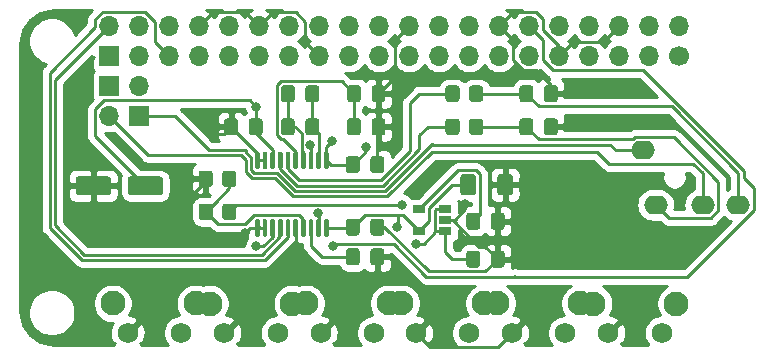
<source format=gbr>
%TF.GenerationSoftware,KiCad,Pcbnew,5.1.10*%
%TF.CreationDate,2022-04-13T10:23:53+12:00*%
%TF.ProjectId,odsk,6f64736b-2e6b-4696-9361-645f70636258,rev?*%
%TF.SameCoordinates,Original*%
%TF.FileFunction,Copper,L1,Top*%
%TF.FilePolarity,Positive*%
%FSLAX46Y46*%
G04 Gerber Fmt 4.6, Leading zero omitted, Abs format (unit mm)*
G04 Created by KiCad (PCBNEW 5.1.10) date 2022-04-13 10:23:53*
%MOMM*%
%LPD*%
G01*
G04 APERTURE LIST*
%TA.AperFunction,ComponentPad*%
%ADD10O,2.000000X1.600000*%
%TD*%
%TA.AperFunction,SMDPad,CuDef*%
%ADD11R,1.060000X0.650000*%
%TD*%
%TA.AperFunction,ComponentPad*%
%ADD12C,2.100000*%
%TD*%
%TA.AperFunction,ComponentPad*%
%ADD13C,1.750000*%
%TD*%
%TA.AperFunction,ComponentPad*%
%ADD14O,1.700000X1.700000*%
%TD*%
%TA.AperFunction,ComponentPad*%
%ADD15C,1.700000*%
%TD*%
%TA.AperFunction,ComponentPad*%
%ADD16R,1.700000X1.700000*%
%TD*%
%TA.AperFunction,ViaPad*%
%ADD17C,0.800000*%
%TD*%
%TA.AperFunction,Conductor*%
%ADD18C,0.250000*%
%TD*%
%TA.AperFunction,Conductor*%
%ADD19C,0.254000*%
%TD*%
%TA.AperFunction,Conductor*%
%ADD20C,0.100000*%
%TD*%
G04 APERTURE END LIST*
%TO.P,C3,2*%
%TO.N,GND*%
%TA.AperFunction,SMDPad,CuDef*%
G36*
G01*
X189800000Y-134050001D02*
X189800000Y-132749999D01*
G75*
G02*
X190049999Y-132500000I249999J0D01*
G01*
X190875001Y-132500000D01*
G75*
G02*
X191125000Y-132749999I0J-249999D01*
G01*
X191125000Y-134050001D01*
G75*
G02*
X190875001Y-134300000I-249999J0D01*
G01*
X190049999Y-134300000D01*
G75*
G02*
X189800000Y-134050001I0J249999D01*
G01*
G37*
%TD.AperFunction*%
%TO.P,C3,1*%
%TO.N,3.3v*%
%TA.AperFunction,SMDPad,CuDef*%
G36*
G01*
X186675000Y-134050001D02*
X186675000Y-132749999D01*
G75*
G02*
X186924999Y-132500000I249999J0D01*
G01*
X187750001Y-132500000D01*
G75*
G02*
X188000000Y-132749999I0J-249999D01*
G01*
X188000000Y-134050001D01*
G75*
G02*
X187750001Y-134300000I-249999J0D01*
G01*
X186924999Y-134300000D01*
G75*
G02*
X186675000Y-134050001I0J249999D01*
G01*
G37*
%TD.AperFunction*%
%TD*%
D10*
%TO.P,AV_OUTPUT1,Sleeve*%
%TO.N,Net-(AV_OUTPUT1-PadSleeve)*%
X202100000Y-130500000D03*
%TO.P,AV_OUTPUT1,Tip*%
%TO.N,/audio_dac_PCM5102a/lrout*%
X203200000Y-135100000D03*
%TO.P,AV_OUTPUT1,Ring2*%
%TO.N,/audio_dac_PCM5102a/rout*%
X210200000Y-135100000D03*
%TO.P,AV_OUTPUT1,Ring1*%
%TO.N,Net-(AV_OUTPUT1-PadRing1)*%
X207200000Y-135100000D03*
%TD*%
%TO.P,C14,1*%
%TO.N,GND*%
%TA.AperFunction,SMDPad,CuDef*%
G36*
G01*
X194925000Y-128025000D02*
X194925000Y-128975000D01*
G75*
G02*
X194675000Y-129225000I-250000J0D01*
G01*
X194000000Y-129225000D01*
G75*
G02*
X193750000Y-128975000I0J250000D01*
G01*
X193750000Y-128025000D01*
G75*
G02*
X194000000Y-127775000I250000J0D01*
G01*
X194675000Y-127775000D01*
G75*
G02*
X194925000Y-128025000I0J-250000D01*
G01*
G37*
%TD.AperFunction*%
%TO.P,C14,2*%
%TO.N,/audio_dac_PCM5102a/lrout*%
%TA.AperFunction,SMDPad,CuDef*%
G36*
G01*
X192850000Y-128025000D02*
X192850000Y-128975000D01*
G75*
G02*
X192600000Y-129225000I-250000J0D01*
G01*
X191925000Y-129225000D01*
G75*
G02*
X191675000Y-128975000I0J250000D01*
G01*
X191675000Y-128025000D01*
G75*
G02*
X191925000Y-127775000I250000J0D01*
G01*
X192600000Y-127775000D01*
G75*
G02*
X192850000Y-128025000I0J-250000D01*
G01*
G37*
%TD.AperFunction*%
%TD*%
%TO.P,C13,1*%
%TO.N,GND*%
%TA.AperFunction,SMDPad,CuDef*%
G36*
G01*
X194925000Y-125225000D02*
X194925000Y-126175000D01*
G75*
G02*
X194675000Y-126425000I-250000J0D01*
G01*
X194000000Y-126425000D01*
G75*
G02*
X193750000Y-126175000I0J250000D01*
G01*
X193750000Y-125225000D01*
G75*
G02*
X194000000Y-124975000I250000J0D01*
G01*
X194675000Y-124975000D01*
G75*
G02*
X194925000Y-125225000I0J-250000D01*
G01*
G37*
%TD.AperFunction*%
%TO.P,C13,2*%
%TO.N,/audio_dac_PCM5102a/rout*%
%TA.AperFunction,SMDPad,CuDef*%
G36*
G01*
X192850000Y-125225000D02*
X192850000Y-126175000D01*
G75*
G02*
X192600000Y-126425000I-250000J0D01*
G01*
X191925000Y-126425000D01*
G75*
G02*
X191675000Y-126175000I0J250000D01*
G01*
X191675000Y-125225000D01*
G75*
G02*
X191925000Y-124975000I250000J0D01*
G01*
X192600000Y-124975000D01*
G75*
G02*
X192850000Y-125225000I0J-250000D01*
G01*
G37*
%TD.AperFunction*%
%TD*%
%TO.P,C12,1*%
%TO.N,GND*%
%TA.AperFunction,SMDPad,CuDef*%
G36*
G01*
X180225000Y-139025000D02*
X180225000Y-139975000D01*
G75*
G02*
X179975000Y-140225000I-250000J0D01*
G01*
X179300000Y-140225000D01*
G75*
G02*
X179050000Y-139975000I0J250000D01*
G01*
X179050000Y-139025000D01*
G75*
G02*
X179300000Y-138775000I250000J0D01*
G01*
X179975000Y-138775000D01*
G75*
G02*
X180225000Y-139025000I0J-250000D01*
G01*
G37*
%TD.AperFunction*%
%TO.P,C12,2*%
%TO.N,Net-(C12-Pad2)*%
%TA.AperFunction,SMDPad,CuDef*%
G36*
G01*
X178150000Y-139025000D02*
X178150000Y-139975000D01*
G75*
G02*
X177900000Y-140225000I-250000J0D01*
G01*
X177225000Y-140225000D01*
G75*
G02*
X176975000Y-139975000I0J250000D01*
G01*
X176975000Y-139025000D01*
G75*
G02*
X177225000Y-138775000I250000J0D01*
G01*
X177900000Y-138775000D01*
G75*
G02*
X178150000Y-139025000I0J-250000D01*
G01*
G37*
%TD.AperFunction*%
%TD*%
%TO.P,C11,1*%
%TO.N,GND*%
%TA.AperFunction,SMDPad,CuDef*%
G36*
G01*
X180325000Y-125225000D02*
X180325000Y-126175000D01*
G75*
G02*
X180075000Y-126425000I-250000J0D01*
G01*
X179400000Y-126425000D01*
G75*
G02*
X179150000Y-126175000I0J250000D01*
G01*
X179150000Y-125225000D01*
G75*
G02*
X179400000Y-124975000I250000J0D01*
G01*
X180075000Y-124975000D01*
G75*
G02*
X180325000Y-125225000I0J-250000D01*
G01*
G37*
%TD.AperFunction*%
%TO.P,C11,2*%
%TO.N,Net-(C11-Pad2)*%
%TA.AperFunction,SMDPad,CuDef*%
G36*
G01*
X178250000Y-125225000D02*
X178250000Y-126175000D01*
G75*
G02*
X178000000Y-126425000I-250000J0D01*
G01*
X177325000Y-126425000D01*
G75*
G02*
X177075000Y-126175000I0J250000D01*
G01*
X177075000Y-125225000D01*
G75*
G02*
X177325000Y-124975000I250000J0D01*
G01*
X178000000Y-124975000D01*
G75*
G02*
X178250000Y-125225000I0J-250000D01*
G01*
G37*
%TD.AperFunction*%
%TD*%
%TO.P,C10,1*%
%TO.N,Net-(C10-Pad1)*%
%TA.AperFunction,SMDPad,CuDef*%
G36*
G01*
X171475000Y-126175000D02*
X171475000Y-125225000D01*
G75*
G02*
X171725000Y-124975000I250000J0D01*
G01*
X172400000Y-124975000D01*
G75*
G02*
X172650000Y-125225000I0J-250000D01*
G01*
X172650000Y-126175000D01*
G75*
G02*
X172400000Y-126425000I-250000J0D01*
G01*
X171725000Y-126425000D01*
G75*
G02*
X171475000Y-126175000I0J250000D01*
G01*
G37*
%TD.AperFunction*%
%TO.P,C10,2*%
%TO.N,Net-(C10-Pad2)*%
%TA.AperFunction,SMDPad,CuDef*%
G36*
G01*
X173550000Y-126175000D02*
X173550000Y-125225000D01*
G75*
G02*
X173800000Y-124975000I250000J0D01*
G01*
X174475000Y-124975000D01*
G75*
G02*
X174725000Y-125225000I0J-250000D01*
G01*
X174725000Y-126175000D01*
G75*
G02*
X174475000Y-126425000I-250000J0D01*
G01*
X173800000Y-126425000D01*
G75*
G02*
X173550000Y-126175000I0J250000D01*
G01*
G37*
%TD.AperFunction*%
%TD*%
%TO.P,C9,1*%
%TO.N,GND*%
%TA.AperFunction,SMDPad,CuDef*%
G36*
G01*
X180325000Y-128025000D02*
X180325000Y-128975000D01*
G75*
G02*
X180075000Y-129225000I-250000J0D01*
G01*
X179400000Y-129225000D01*
G75*
G02*
X179150000Y-128975000I0J250000D01*
G01*
X179150000Y-128025000D01*
G75*
G02*
X179400000Y-127775000I250000J0D01*
G01*
X180075000Y-127775000D01*
G75*
G02*
X180325000Y-128025000I0J-250000D01*
G01*
G37*
%TD.AperFunction*%
%TO.P,C9,2*%
%TO.N,Net-(C11-Pad2)*%
%TA.AperFunction,SMDPad,CuDef*%
G36*
G01*
X178250000Y-128025000D02*
X178250000Y-128975000D01*
G75*
G02*
X178000000Y-129225000I-250000J0D01*
G01*
X177325000Y-129225000D01*
G75*
G02*
X177075000Y-128975000I0J250000D01*
G01*
X177075000Y-128025000D01*
G75*
G02*
X177325000Y-127775000I250000J0D01*
G01*
X178000000Y-127775000D01*
G75*
G02*
X178250000Y-128025000I0J-250000D01*
G01*
G37*
%TD.AperFunction*%
%TD*%
%TO.P,C8,1*%
%TO.N,Net-(C10-Pad1)*%
%TA.AperFunction,SMDPad,CuDef*%
G36*
G01*
X171475000Y-128975000D02*
X171475000Y-128025000D01*
G75*
G02*
X171725000Y-127775000I250000J0D01*
G01*
X172400000Y-127775000D01*
G75*
G02*
X172650000Y-128025000I0J-250000D01*
G01*
X172650000Y-128975000D01*
G75*
G02*
X172400000Y-129225000I-250000J0D01*
G01*
X171725000Y-129225000D01*
G75*
G02*
X171475000Y-128975000I0J250000D01*
G01*
G37*
%TD.AperFunction*%
%TO.P,C8,2*%
%TO.N,Net-(C10-Pad2)*%
%TA.AperFunction,SMDPad,CuDef*%
G36*
G01*
X173550000Y-128975000D02*
X173550000Y-128025000D01*
G75*
G02*
X173800000Y-127775000I250000J0D01*
G01*
X174475000Y-127775000D01*
G75*
G02*
X174725000Y-128025000I0J-250000D01*
G01*
X174725000Y-128975000D01*
G75*
G02*
X174475000Y-129225000I-250000J0D01*
G01*
X173800000Y-129225000D01*
G75*
G02*
X173550000Y-128975000I0J250000D01*
G01*
G37*
%TD.AperFunction*%
%TD*%
%TO.P,C6,1*%
%TO.N,GND*%
%TA.AperFunction,SMDPad,CuDef*%
G36*
G01*
X166675000Y-128975000D02*
X166675000Y-128025000D01*
G75*
G02*
X166925000Y-127775000I250000J0D01*
G01*
X167600000Y-127775000D01*
G75*
G02*
X167850000Y-128025000I0J-250000D01*
G01*
X167850000Y-128975000D01*
G75*
G02*
X167600000Y-129225000I-250000J0D01*
G01*
X166925000Y-129225000D01*
G75*
G02*
X166675000Y-128975000I0J250000D01*
G01*
G37*
%TD.AperFunction*%
%TO.P,C6,2*%
%TO.N,3.3v*%
%TA.AperFunction,SMDPad,CuDef*%
G36*
G01*
X168750000Y-128975000D02*
X168750000Y-128025000D01*
G75*
G02*
X169000000Y-127775000I250000J0D01*
G01*
X169675000Y-127775000D01*
G75*
G02*
X169925000Y-128025000I0J-250000D01*
G01*
X169925000Y-128975000D01*
G75*
G02*
X169675000Y-129225000I-250000J0D01*
G01*
X169000000Y-129225000D01*
G75*
G02*
X168750000Y-128975000I0J250000D01*
G01*
G37*
%TD.AperFunction*%
%TD*%
%TO.P,C5,1*%
%TO.N,GND*%
%TA.AperFunction,SMDPad,CuDef*%
G36*
G01*
X180225000Y-136525000D02*
X180225000Y-137475000D01*
G75*
G02*
X179975000Y-137725000I-250000J0D01*
G01*
X179300000Y-137725000D01*
G75*
G02*
X179050000Y-137475000I0J250000D01*
G01*
X179050000Y-136525000D01*
G75*
G02*
X179300000Y-136275000I250000J0D01*
G01*
X179975000Y-136275000D01*
G75*
G02*
X180225000Y-136525000I0J-250000D01*
G01*
G37*
%TD.AperFunction*%
%TO.P,C5,2*%
%TO.N,3.3v*%
%TA.AperFunction,SMDPad,CuDef*%
G36*
G01*
X178150000Y-136525000D02*
X178150000Y-137475000D01*
G75*
G02*
X177900000Y-137725000I-250000J0D01*
G01*
X177225000Y-137725000D01*
G75*
G02*
X176975000Y-137475000I0J250000D01*
G01*
X176975000Y-136525000D01*
G75*
G02*
X177225000Y-136275000I250000J0D01*
G01*
X177900000Y-136275000D01*
G75*
G02*
X178150000Y-136525000I0J-250000D01*
G01*
G37*
%TD.AperFunction*%
%TD*%
%TO.P,C4,1*%
%TO.N,3.3v*%
%TA.AperFunction,SMDPad,CuDef*%
G36*
G01*
X176975000Y-132175000D02*
X176975000Y-131225000D01*
G75*
G02*
X177225000Y-130975000I250000J0D01*
G01*
X177900000Y-130975000D01*
G75*
G02*
X178150000Y-131225000I0J-250000D01*
G01*
X178150000Y-132175000D01*
G75*
G02*
X177900000Y-132425000I-250000J0D01*
G01*
X177225000Y-132425000D01*
G75*
G02*
X176975000Y-132175000I0J250000D01*
G01*
G37*
%TD.AperFunction*%
%TO.P,C4,2*%
%TO.N,GND*%
%TA.AperFunction,SMDPad,CuDef*%
G36*
G01*
X179050000Y-132175000D02*
X179050000Y-131225000D01*
G75*
G02*
X179300000Y-130975000I250000J0D01*
G01*
X179975000Y-130975000D01*
G75*
G02*
X180225000Y-131225000I0J-250000D01*
G01*
X180225000Y-132175000D01*
G75*
G02*
X179975000Y-132425000I-250000J0D01*
G01*
X179300000Y-132425000D01*
G75*
G02*
X179050000Y-132175000I0J250000D01*
G01*
G37*
%TD.AperFunction*%
%TD*%
%TO.P,C2,1*%
%TO.N,Net-(C2-Pad1)*%
%TA.AperFunction,SMDPad,CuDef*%
G36*
G01*
X187175000Y-136975000D02*
X187175000Y-136025000D01*
G75*
G02*
X187425000Y-135775000I250000J0D01*
G01*
X188100000Y-135775000D01*
G75*
G02*
X188350000Y-136025000I0J-250000D01*
G01*
X188350000Y-136975000D01*
G75*
G02*
X188100000Y-137225000I-250000J0D01*
G01*
X187425000Y-137225000D01*
G75*
G02*
X187175000Y-136975000I0J250000D01*
G01*
G37*
%TD.AperFunction*%
%TO.P,C2,2*%
%TO.N,GND*%
%TA.AperFunction,SMDPad,CuDef*%
G36*
G01*
X189250000Y-136975000D02*
X189250000Y-136025000D01*
G75*
G02*
X189500000Y-135775000I250000J0D01*
G01*
X190175000Y-135775000D01*
G75*
G02*
X190425000Y-136025000I0J-250000D01*
G01*
X190425000Y-136975000D01*
G75*
G02*
X190175000Y-137225000I-250000J0D01*
G01*
X189500000Y-137225000D01*
G75*
G02*
X189250000Y-136975000I0J250000D01*
G01*
G37*
%TD.AperFunction*%
%TD*%
%TO.P,C1,1*%
%TO.N,+5V*%
%TA.AperFunction,SMDPad,CuDef*%
G36*
G01*
X187175000Y-140175000D02*
X187175000Y-139225000D01*
G75*
G02*
X187425000Y-138975000I250000J0D01*
G01*
X188100000Y-138975000D01*
G75*
G02*
X188350000Y-139225000I0J-250000D01*
G01*
X188350000Y-140175000D01*
G75*
G02*
X188100000Y-140425000I-250000J0D01*
G01*
X187425000Y-140425000D01*
G75*
G02*
X187175000Y-140175000I0J250000D01*
G01*
G37*
%TD.AperFunction*%
%TO.P,C1,2*%
%TO.N,GND*%
%TA.AperFunction,SMDPad,CuDef*%
G36*
G01*
X189250000Y-140175000D02*
X189250000Y-139225000D01*
G75*
G02*
X189500000Y-138975000I250000J0D01*
G01*
X190175000Y-138975000D01*
G75*
G02*
X190425000Y-139225000I0J-250000D01*
G01*
X190425000Y-140175000D01*
G75*
G02*
X190175000Y-140425000I-250000J0D01*
G01*
X189500000Y-140425000D01*
G75*
G02*
X189250000Y-140175000I0J250000D01*
G01*
G37*
%TD.AperFunction*%
%TD*%
%TO.P,U2,1*%
%TO.N,3.3v*%
%TA.AperFunction,SMDPad,CuDef*%
G36*
G01*
X175225000Y-130600000D02*
X175425000Y-130600000D01*
G75*
G02*
X175525000Y-130700000I0J-100000D01*
G01*
X175525000Y-131975000D01*
G75*
G02*
X175425000Y-132075000I-100000J0D01*
G01*
X175225000Y-132075000D01*
G75*
G02*
X175125000Y-131975000I0J100000D01*
G01*
X175125000Y-130700000D01*
G75*
G02*
X175225000Y-130600000I100000J0D01*
G01*
G37*
%TD.AperFunction*%
%TO.P,U2,2*%
%TO.N,Net-(C10-Pad2)*%
%TA.AperFunction,SMDPad,CuDef*%
G36*
G01*
X174575000Y-130600000D02*
X174775000Y-130600000D01*
G75*
G02*
X174875000Y-130700000I0J-100000D01*
G01*
X174875000Y-131975000D01*
G75*
G02*
X174775000Y-132075000I-100000J0D01*
G01*
X174575000Y-132075000D01*
G75*
G02*
X174475000Y-131975000I0J100000D01*
G01*
X174475000Y-130700000D01*
G75*
G02*
X174575000Y-130600000I100000J0D01*
G01*
G37*
%TD.AperFunction*%
%TO.P,U2,3*%
%TO.N,GND*%
%TA.AperFunction,SMDPad,CuDef*%
G36*
G01*
X173925000Y-130600000D02*
X174125000Y-130600000D01*
G75*
G02*
X174225000Y-130700000I0J-100000D01*
G01*
X174225000Y-131975000D01*
G75*
G02*
X174125000Y-132075000I-100000J0D01*
G01*
X173925000Y-132075000D01*
G75*
G02*
X173825000Y-131975000I0J100000D01*
G01*
X173825000Y-130700000D01*
G75*
G02*
X173925000Y-130600000I100000J0D01*
G01*
G37*
%TD.AperFunction*%
%TO.P,U2,4*%
%TO.N,Net-(C10-Pad1)*%
%TA.AperFunction,SMDPad,CuDef*%
G36*
G01*
X173275000Y-130600000D02*
X173475000Y-130600000D01*
G75*
G02*
X173575000Y-130700000I0J-100000D01*
G01*
X173575000Y-131975000D01*
G75*
G02*
X173475000Y-132075000I-100000J0D01*
G01*
X173275000Y-132075000D01*
G75*
G02*
X173175000Y-131975000I0J100000D01*
G01*
X173175000Y-130700000D01*
G75*
G02*
X173275000Y-130600000I100000J0D01*
G01*
G37*
%TD.AperFunction*%
%TO.P,U2,5*%
%TO.N,Net-(C11-Pad2)*%
%TA.AperFunction,SMDPad,CuDef*%
G36*
G01*
X172625000Y-130600000D02*
X172825000Y-130600000D01*
G75*
G02*
X172925000Y-130700000I0J-100000D01*
G01*
X172925000Y-131975000D01*
G75*
G02*
X172825000Y-132075000I-100000J0D01*
G01*
X172625000Y-132075000D01*
G75*
G02*
X172525000Y-131975000I0J100000D01*
G01*
X172525000Y-130700000D01*
G75*
G02*
X172625000Y-130600000I100000J0D01*
G01*
G37*
%TD.AperFunction*%
%TO.P,U2,6*%
%TO.N,Net-(R3-Pad2)*%
%TA.AperFunction,SMDPad,CuDef*%
G36*
G01*
X171975000Y-130600000D02*
X172175000Y-130600000D01*
G75*
G02*
X172275000Y-130700000I0J-100000D01*
G01*
X172275000Y-131975000D01*
G75*
G02*
X172175000Y-132075000I-100000J0D01*
G01*
X171975000Y-132075000D01*
G75*
G02*
X171875000Y-131975000I0J100000D01*
G01*
X171875000Y-130700000D01*
G75*
G02*
X171975000Y-130600000I100000J0D01*
G01*
G37*
%TD.AperFunction*%
%TO.P,U2,7*%
%TO.N,Net-(R4-Pad2)*%
%TA.AperFunction,SMDPad,CuDef*%
G36*
G01*
X171325000Y-130600000D02*
X171525000Y-130600000D01*
G75*
G02*
X171625000Y-130700000I0J-100000D01*
G01*
X171625000Y-131975000D01*
G75*
G02*
X171525000Y-132075000I-100000J0D01*
G01*
X171325000Y-132075000D01*
G75*
G02*
X171225000Y-131975000I0J100000D01*
G01*
X171225000Y-130700000D01*
G75*
G02*
X171325000Y-130600000I100000J0D01*
G01*
G37*
%TD.AperFunction*%
%TO.P,U2,8*%
%TO.N,3.3v*%
%TA.AperFunction,SMDPad,CuDef*%
G36*
G01*
X170675000Y-130600000D02*
X170875000Y-130600000D01*
G75*
G02*
X170975000Y-130700000I0J-100000D01*
G01*
X170975000Y-131975000D01*
G75*
G02*
X170875000Y-132075000I-100000J0D01*
G01*
X170675000Y-132075000D01*
G75*
G02*
X170575000Y-131975000I0J100000D01*
G01*
X170575000Y-130700000D01*
G75*
G02*
X170675000Y-130600000I100000J0D01*
G01*
G37*
%TD.AperFunction*%
%TO.P,U2,9*%
%TO.N,GND*%
%TA.AperFunction,SMDPad,CuDef*%
G36*
G01*
X170025000Y-130600000D02*
X170225000Y-130600000D01*
G75*
G02*
X170325000Y-130700000I0J-100000D01*
G01*
X170325000Y-131975000D01*
G75*
G02*
X170225000Y-132075000I-100000J0D01*
G01*
X170025000Y-132075000D01*
G75*
G02*
X169925000Y-131975000I0J100000D01*
G01*
X169925000Y-130700000D01*
G75*
G02*
X170025000Y-130600000I100000J0D01*
G01*
G37*
%TD.AperFunction*%
%TO.P,U2,10*%
%TA.AperFunction,SMDPad,CuDef*%
G36*
G01*
X169375000Y-130600000D02*
X169575000Y-130600000D01*
G75*
G02*
X169675000Y-130700000I0J-100000D01*
G01*
X169675000Y-131975000D01*
G75*
G02*
X169575000Y-132075000I-100000J0D01*
G01*
X169375000Y-132075000D01*
G75*
G02*
X169275000Y-131975000I0J100000D01*
G01*
X169275000Y-130700000D01*
G75*
G02*
X169375000Y-130600000I100000J0D01*
G01*
G37*
%TD.AperFunction*%
%TO.P,U2,11*%
%TA.AperFunction,SMDPad,CuDef*%
G36*
G01*
X169375000Y-136325000D02*
X169575000Y-136325000D01*
G75*
G02*
X169675000Y-136425000I0J-100000D01*
G01*
X169675000Y-137700000D01*
G75*
G02*
X169575000Y-137800000I-100000J0D01*
G01*
X169375000Y-137800000D01*
G75*
G02*
X169275000Y-137700000I0J100000D01*
G01*
X169275000Y-136425000D01*
G75*
G02*
X169375000Y-136325000I100000J0D01*
G01*
G37*
%TD.AperFunction*%
%TO.P,U2,12*%
%TA.AperFunction,SMDPad,CuDef*%
G36*
G01*
X170025000Y-136325000D02*
X170225000Y-136325000D01*
G75*
G02*
X170325000Y-136425000I0J-100000D01*
G01*
X170325000Y-137700000D01*
G75*
G02*
X170225000Y-137800000I-100000J0D01*
G01*
X170025000Y-137800000D01*
G75*
G02*
X169925000Y-137700000I0J100000D01*
G01*
X169925000Y-136425000D01*
G75*
G02*
X170025000Y-136325000I100000J0D01*
G01*
G37*
%TD.AperFunction*%
%TO.P,U2,13*%
%TO.N,/audio_dac_PCM5102a/bck*%
%TA.AperFunction,SMDPad,CuDef*%
G36*
G01*
X170675000Y-136325000D02*
X170875000Y-136325000D01*
G75*
G02*
X170975000Y-136425000I0J-100000D01*
G01*
X170975000Y-137700000D01*
G75*
G02*
X170875000Y-137800000I-100000J0D01*
G01*
X170675000Y-137800000D01*
G75*
G02*
X170575000Y-137700000I0J100000D01*
G01*
X170575000Y-136425000D01*
G75*
G02*
X170675000Y-136325000I100000J0D01*
G01*
G37*
%TD.AperFunction*%
%TO.P,U2,14*%
%TO.N,/audio_dac_PCM5102a/din*%
%TA.AperFunction,SMDPad,CuDef*%
G36*
G01*
X171325000Y-136325000D02*
X171525000Y-136325000D01*
G75*
G02*
X171625000Y-136425000I0J-100000D01*
G01*
X171625000Y-137700000D01*
G75*
G02*
X171525000Y-137800000I-100000J0D01*
G01*
X171325000Y-137800000D01*
G75*
G02*
X171225000Y-137700000I0J100000D01*
G01*
X171225000Y-136425000D01*
G75*
G02*
X171325000Y-136325000I100000J0D01*
G01*
G37*
%TD.AperFunction*%
%TO.P,U2,15*%
%TO.N,/audio_dac_PCM5102a/lrck*%
%TA.AperFunction,SMDPad,CuDef*%
G36*
G01*
X171975000Y-136325000D02*
X172175000Y-136325000D01*
G75*
G02*
X172275000Y-136425000I0J-100000D01*
G01*
X172275000Y-137700000D01*
G75*
G02*
X172175000Y-137800000I-100000J0D01*
G01*
X171975000Y-137800000D01*
G75*
G02*
X171875000Y-137700000I0J100000D01*
G01*
X171875000Y-136425000D01*
G75*
G02*
X171975000Y-136325000I100000J0D01*
G01*
G37*
%TD.AperFunction*%
%TO.P,U2,16*%
%TO.N,GND*%
%TA.AperFunction,SMDPad,CuDef*%
G36*
G01*
X172625000Y-136325000D02*
X172825000Y-136325000D01*
G75*
G02*
X172925000Y-136425000I0J-100000D01*
G01*
X172925000Y-137700000D01*
G75*
G02*
X172825000Y-137800000I-100000J0D01*
G01*
X172625000Y-137800000D01*
G75*
G02*
X172525000Y-137700000I0J100000D01*
G01*
X172525000Y-136425000D01*
G75*
G02*
X172625000Y-136325000I100000J0D01*
G01*
G37*
%TD.AperFunction*%
%TO.P,U2,17*%
%TO.N,Net-(R1-Pad2)*%
%TA.AperFunction,SMDPad,CuDef*%
G36*
G01*
X173275000Y-136325000D02*
X173475000Y-136325000D01*
G75*
G02*
X173575000Y-136425000I0J-100000D01*
G01*
X173575000Y-137700000D01*
G75*
G02*
X173475000Y-137800000I-100000J0D01*
G01*
X173275000Y-137800000D01*
G75*
G02*
X173175000Y-137700000I0J100000D01*
G01*
X173175000Y-136425000D01*
G75*
G02*
X173275000Y-136325000I100000J0D01*
G01*
G37*
%TD.AperFunction*%
%TO.P,U2,18*%
%TO.N,Net-(C12-Pad2)*%
%TA.AperFunction,SMDPad,CuDef*%
G36*
G01*
X173925000Y-136325000D02*
X174125000Y-136325000D01*
G75*
G02*
X174225000Y-136425000I0J-100000D01*
G01*
X174225000Y-137700000D01*
G75*
G02*
X174125000Y-137800000I-100000J0D01*
G01*
X173925000Y-137800000D01*
G75*
G02*
X173825000Y-137700000I0J100000D01*
G01*
X173825000Y-136425000D01*
G75*
G02*
X173925000Y-136325000I100000J0D01*
G01*
G37*
%TD.AperFunction*%
%TO.P,U2,19*%
%TO.N,GND*%
%TA.AperFunction,SMDPad,CuDef*%
G36*
G01*
X174575000Y-136325000D02*
X174775000Y-136325000D01*
G75*
G02*
X174875000Y-136425000I0J-100000D01*
G01*
X174875000Y-137700000D01*
G75*
G02*
X174775000Y-137800000I-100000J0D01*
G01*
X174575000Y-137800000D01*
G75*
G02*
X174475000Y-137700000I0J100000D01*
G01*
X174475000Y-136425000D01*
G75*
G02*
X174575000Y-136325000I100000J0D01*
G01*
G37*
%TD.AperFunction*%
%TO.P,U2,20*%
%TO.N,3.3v*%
%TA.AperFunction,SMDPad,CuDef*%
G36*
G01*
X175225000Y-136325000D02*
X175425000Y-136325000D01*
G75*
G02*
X175525000Y-136425000I0J-100000D01*
G01*
X175525000Y-137700000D01*
G75*
G02*
X175425000Y-137800000I-100000J0D01*
G01*
X175225000Y-137800000D01*
G75*
G02*
X175125000Y-137700000I0J100000D01*
G01*
X175125000Y-136425000D01*
G75*
G02*
X175225000Y-136325000I100000J0D01*
G01*
G37*
%TD.AperFunction*%
%TD*%
D11*
%TO.P,U1,1*%
%TO.N,+5V*%
X185400000Y-137350000D03*
%TO.P,U1,2*%
%TO.N,GND*%
X185400000Y-136400000D03*
%TO.P,U1,3*%
%TO.N,+5V*%
X185400000Y-135450000D03*
%TO.P,U1,4*%
%TO.N,Net-(C2-Pad1)*%
X183200000Y-135450000D03*
%TO.P,U1,5*%
%TO.N,3.3v*%
X183200000Y-137350000D03*
%TD*%
%TO.P,R4,1*%
%TO.N,/audio_dac_PCM5102a/lrout*%
%TA.AperFunction,SMDPad,CuDef*%
G36*
G01*
X188600000Y-128049999D02*
X188600000Y-128950001D01*
G75*
G02*
X188350001Y-129200000I-249999J0D01*
G01*
X187649999Y-129200000D01*
G75*
G02*
X187400000Y-128950001I0J249999D01*
G01*
X187400000Y-128049999D01*
G75*
G02*
X187649999Y-127800000I249999J0D01*
G01*
X188350001Y-127800000D01*
G75*
G02*
X188600000Y-128049999I0J-249999D01*
G01*
G37*
%TD.AperFunction*%
%TO.P,R4,2*%
%TO.N,Net-(R4-Pad2)*%
%TA.AperFunction,SMDPad,CuDef*%
G36*
G01*
X186600000Y-128049999D02*
X186600000Y-128950001D01*
G75*
G02*
X186350001Y-129200000I-249999J0D01*
G01*
X185649999Y-129200000D01*
G75*
G02*
X185400000Y-128950001I0J249999D01*
G01*
X185400000Y-128049999D01*
G75*
G02*
X185649999Y-127800000I249999J0D01*
G01*
X186350001Y-127800000D01*
G75*
G02*
X186600000Y-128049999I0J-249999D01*
G01*
G37*
%TD.AperFunction*%
%TD*%
%TO.P,R3,1*%
%TO.N,/audio_dac_PCM5102a/rout*%
%TA.AperFunction,SMDPad,CuDef*%
G36*
G01*
X188600000Y-125249999D02*
X188600000Y-126150001D01*
G75*
G02*
X188350001Y-126400000I-249999J0D01*
G01*
X187649999Y-126400000D01*
G75*
G02*
X187400000Y-126150001I0J249999D01*
G01*
X187400000Y-125249999D01*
G75*
G02*
X187649999Y-125000000I249999J0D01*
G01*
X188350001Y-125000000D01*
G75*
G02*
X188600000Y-125249999I0J-249999D01*
G01*
G37*
%TD.AperFunction*%
%TO.P,R3,2*%
%TO.N,Net-(R3-Pad2)*%
%TA.AperFunction,SMDPad,CuDef*%
G36*
G01*
X186600000Y-125249999D02*
X186600000Y-126150001D01*
G75*
G02*
X186350001Y-126400000I-249999J0D01*
G01*
X185649999Y-126400000D01*
G75*
G02*
X185400000Y-126150001I0J249999D01*
G01*
X185400000Y-125249999D01*
G75*
G02*
X185649999Y-125000000I249999J0D01*
G01*
X186350001Y-125000000D01*
G75*
G02*
X186600000Y-125249999I0J-249999D01*
G01*
G37*
%TD.AperFunction*%
%TD*%
%TO.P,R2,1*%
%TO.N,Net-(R1-Pad2)*%
%TA.AperFunction,SMDPad,CuDef*%
G36*
G01*
X167700000Y-132449999D02*
X167700000Y-133350001D01*
G75*
G02*
X167450001Y-133600000I-249999J0D01*
G01*
X166749999Y-133600000D01*
G75*
G02*
X166500000Y-133350001I0J249999D01*
G01*
X166500000Y-132449999D01*
G75*
G02*
X166749999Y-132200000I249999J0D01*
G01*
X167450001Y-132200000D01*
G75*
G02*
X167700000Y-132449999I0J-249999D01*
G01*
G37*
%TD.AperFunction*%
%TO.P,R2,2*%
%TO.N,GND*%
%TA.AperFunction,SMDPad,CuDef*%
G36*
G01*
X165700000Y-132449999D02*
X165700000Y-133350001D01*
G75*
G02*
X165450001Y-133600000I-249999J0D01*
G01*
X164749999Y-133600000D01*
G75*
G02*
X164500000Y-133350001I0J249999D01*
G01*
X164500000Y-132449999D01*
G75*
G02*
X164749999Y-132200000I249999J0D01*
G01*
X165450001Y-132200000D01*
G75*
G02*
X165700000Y-132449999I0J-249999D01*
G01*
G37*
%TD.AperFunction*%
%TD*%
%TO.P,R1,1*%
%TO.N,+5V*%
%TA.AperFunction,SMDPad,CuDef*%
G36*
G01*
X167700000Y-135249999D02*
X167700000Y-136150001D01*
G75*
G02*
X167450001Y-136400000I-249999J0D01*
G01*
X166749999Y-136400000D01*
G75*
G02*
X166500000Y-136150001I0J249999D01*
G01*
X166500000Y-135249999D01*
G75*
G02*
X166749999Y-135000000I249999J0D01*
G01*
X167450001Y-135000000D01*
G75*
G02*
X167700000Y-135249999I0J-249999D01*
G01*
G37*
%TD.AperFunction*%
%TO.P,R1,2*%
%TO.N,Net-(R1-Pad2)*%
%TA.AperFunction,SMDPad,CuDef*%
G36*
G01*
X165700000Y-135249999D02*
X165700000Y-136150001D01*
G75*
G02*
X165450001Y-136400000I-249999J0D01*
G01*
X164749999Y-136400000D01*
G75*
G02*
X164500000Y-136150001I0J249999D01*
G01*
X164500000Y-135249999D01*
G75*
G02*
X164749999Y-135000000I249999J0D01*
G01*
X165450001Y-135000000D01*
G75*
G02*
X165700000Y-135249999I0J-249999D01*
G01*
G37*
%TD.AperFunction*%
%TD*%
%TO.P,C7,1*%
%TO.N,3.3v*%
%TA.AperFunction,SMDPad,CuDef*%
G36*
G01*
X161500000Y-132950000D02*
X161500000Y-134050000D01*
G75*
G02*
X161250000Y-134300000I-250000J0D01*
G01*
X158750000Y-134300000D01*
G75*
G02*
X158500000Y-134050000I0J250000D01*
G01*
X158500000Y-132950000D01*
G75*
G02*
X158750000Y-132700000I250000J0D01*
G01*
X161250000Y-132700000D01*
G75*
G02*
X161500000Y-132950000I0J-250000D01*
G01*
G37*
%TD.AperFunction*%
%TO.P,C7,2*%
%TO.N,GND*%
%TA.AperFunction,SMDPad,CuDef*%
G36*
G01*
X157100000Y-132950000D02*
X157100000Y-134050000D01*
G75*
G02*
X156850000Y-134300000I-250000J0D01*
G01*
X154350000Y-134300000D01*
G75*
G02*
X154100000Y-134050000I0J250000D01*
G01*
X154100000Y-132950000D01*
G75*
G02*
X154350000Y-132700000I250000J0D01*
G01*
X156850000Y-132700000D01*
G75*
G02*
X157100000Y-132950000I0J-250000D01*
G01*
G37*
%TD.AperFunction*%
%TD*%
D12*
%TO.P,VOL_UP1,*%
%TO.N,*%
X164250000Y-143454000D03*
D13*
%TO.P,VOL_UP1,1*%
%TO.N,Net-(PI_ZERO1-Pad32)*%
X163000000Y-145944000D03*
%TO.P,VOL_UP1,2*%
%TO.N,GND*%
X158500000Y-145944000D03*
D12*
%TO.P,VOL_UP1,*%
%TO.N,*%
X157240000Y-143454000D03*
%TD*%
%TO.P,VOL_DOWN1,*%
%TO.N,*%
X189792000Y-143454000D03*
D13*
%TO.P,VOL_DOWN1,2*%
%TO.N,GND*%
X191052000Y-145944000D03*
%TO.P,VOL_DOWN1,1*%
%TO.N,Net-(PI_ZERO1-Pad21)*%
X195552000Y-145944000D03*
D12*
%TO.P,VOL_DOWN1,*%
%TO.N,*%
X196802000Y-143454000D03*
%TD*%
%TO.P,OMNI1,*%
%TO.N,*%
X188674000Y-143454000D03*
D13*
%TO.P,OMNI1,1*%
%TO.N,Net-(OMNI1-Pad1)*%
X187424000Y-145944000D03*
%TO.P,OMNI1,2*%
%TO.N,GND*%
X182924000Y-145944000D03*
D12*
%TO.P,OMNI1,*%
%TO.N,*%
X181664000Y-143454000D03*
%TD*%
D14*
%TO.P,PI_ZERO1,6*%
%TO.N,GND*%
X200120000Y-119960000D03*
%TO.P,PI_ZERO1,3*%
%TO.N,Net-(PI_ZERO1-Pad3)*%
X202660000Y-122500000D03*
%TO.P,PI_ZERO1,15*%
%TO.N,Net-(PI_ZERO1-Pad15)*%
X187420000Y-122500000D03*
%TO.P,PI_ZERO1,16*%
%TO.N,Net-(PI_ZERO1-Pad16)*%
X187420000Y-119960000D03*
%TO.P,PI_ZERO1,4*%
%TO.N,Net-(PI_ZERO1-Pad4)*%
X202660000Y-119960000D03*
%TO.P,PI_ZERO1,5*%
%TO.N,Net-(PI_ZERO1-Pad5)*%
X200120000Y-122500000D03*
%TO.P,PI_ZERO1,2*%
%TO.N,Net-(P1-PadA4)*%
X205200000Y-119960000D03*
D15*
%TO.P,PI_ZERO1,1*%
%TO.N,Net-(PI_ZERO1-Pad1)*%
X205200000Y-122500000D03*
D14*
%TO.P,PI_ZERO1,23*%
%TO.N,Net-(PI_ZERO1-Pad23)*%
X177260000Y-122500000D03*
%TO.P,PI_ZERO1,24*%
%TO.N,Net-(OMNI1-Pad1)*%
X177260000Y-119960000D03*
%TO.P,PI_ZERO1,11*%
%TO.N,Net-(PI_ZERO1-Pad11)*%
X192500000Y-122500000D03*
%TO.P,PI_ZERO1,12*%
%TO.N,/audio_dac_PCM5102a/bck*%
X192500000Y-119960000D03*
%TO.P,PI_ZERO1,27*%
%TO.N,Net-(PI_ZERO1-Pad27)*%
X172180000Y-122500000D03*
%TO.P,PI_ZERO1,28*%
%TO.N,Net-(PI_ZERO1-Pad28)*%
X172180000Y-119960000D03*
%TO.P,PI_ZERO1,13*%
%TO.N,Net-(PI_ZERO1-Pad13)*%
X189960000Y-122500000D03*
%TO.P,PI_ZERO1,14*%
%TO.N,GND*%
X189960000Y-119960000D03*
%TO.P,PI_ZERO1,9*%
X195040000Y-122500000D03*
%TO.P,PI_ZERO1,10*%
%TO.N,Net-(PI_ZERO1-Pad10)*%
X195040000Y-119960000D03*
%TO.P,PI_ZERO1,19*%
%TO.N,Net-(PI_ZERO1-Pad19)*%
X182340000Y-122500000D03*
%TO.P,PI_ZERO1,20*%
%TO.N,GND*%
X182340000Y-119960000D03*
%TO.P,PI_ZERO1,37*%
%TO.N,Net-(PI_ZERO1-Pad37)*%
X159480000Y-122500000D03*
%TO.P,PI_ZERO1,38*%
%TO.N,Net-(PI_ZERO1-Pad38)*%
X159480000Y-119960000D03*
%TO.P,PI_ZERO1,33*%
%TO.N,Net-(PI_ZERO1-Pad33)*%
X164560000Y-122500000D03*
%TO.P,PI_ZERO1,34*%
%TO.N,GND*%
X164560000Y-119960000D03*
%TO.P,PI_ZERO1,35*%
%TO.N,/audio_dac_PCM5102a/lrck*%
X162020000Y-122500000D03*
%TO.P,PI_ZERO1,36*%
%TO.N,Net-(PI_ZERO1-Pad36)*%
X162020000Y-119960000D03*
%TO.P,PI_ZERO1,17*%
%TO.N,Net-(PI_ZERO1-Pad17)*%
X184880000Y-122500000D03*
%TO.P,PI_ZERO1,18*%
%TO.N,Net-(PI_ZERO1-Pad18)*%
X184880000Y-119960000D03*
%TO.P,PI_ZERO1,31*%
%TO.N,Net-(PI_ZERO1-Pad31)*%
X167100000Y-122500000D03*
%TO.P,PI_ZERO1,32*%
%TO.N,Net-(PI_ZERO1-Pad32)*%
X167100000Y-119960000D03*
%TO.P,PI_ZERO1,7*%
%TO.N,Net-(PI_ZERO1-Pad7)*%
X197580000Y-122500000D03*
%TO.P,PI_ZERO1,8*%
%TO.N,Net-(PI_ZERO1-Pad8)*%
X197580000Y-119960000D03*
%TO.P,PI_ZERO1,29*%
%TO.N,Net-(PI_ZERO1-Pad29)*%
X169640000Y-122500000D03*
%TO.P,PI_ZERO1,30*%
%TO.N,GND*%
X169640000Y-119960000D03*
%TO.P,PI_ZERO1,21*%
%TO.N,Net-(PI_ZERO1-Pad21)*%
X179800000Y-122500000D03*
%TO.P,PI_ZERO1,22*%
%TO.N,Net-(PI_ZERO1-Pad22)*%
X179800000Y-119960000D03*
%TO.P,PI_ZERO1,25*%
%TO.N,GND*%
X174720000Y-122500000D03*
%TO.P,PI_ZERO1,26*%
%TO.N,Net-(PI_ZERO1-Pad26)*%
X174720000Y-119960000D03*
D16*
%TO.P,PI_ZERO1,39*%
%TO.N,GND*%
X156940000Y-122500000D03*
D14*
%TO.P,PI_ZERO1,40*%
%TO.N,/audio_dac_PCM5102a/din*%
X156940000Y-119960000D03*
D16*
%TO.P,PI_ZERO1,*%
%TO.N,*%
X156940000Y-125040000D03*
%TO.P,PI_ZERO1,41*%
%TO.N,Net-(AV_OUTPUT1-PadSleeve)*%
X159480000Y-127580000D03*
D14*
%TO.P,PI_ZERO1,42*%
%TO.N,Net-(AV_OUTPUT1-PadRing1)*%
X156940000Y-127580000D03*
%TO.P,PI_ZERO1,*%
%TO.N,*%
X159480000Y-125040000D03*
%TD*%
D12*
%TO.P,SKIP_PREV1,*%
%TO.N,*%
X165440000Y-143460000D03*
D13*
%TO.P,SKIP_PREV1,2*%
%TO.N,GND*%
X166700000Y-145950000D03*
%TO.P,SKIP_PREV1,1*%
%TO.N,Net-(PI_ZERO1-Pad26)*%
X171200000Y-145950000D03*
D12*
%TO.P,SKIP_PREV1,*%
%TO.N,*%
X172450000Y-143460000D03*
%TD*%
%TO.P,SKIP_NEXT1,*%
%TO.N,*%
X173590000Y-143454000D03*
D13*
%TO.P,SKIP_NEXT1,2*%
%TO.N,GND*%
X174850000Y-145944000D03*
%TO.P,SKIP_NEXT1,1*%
%TO.N,Net-(PI_ZERO1-Pad23)*%
X179350000Y-145944000D03*
D12*
%TO.P,SKIP_NEXT1,*%
%TO.N,*%
X180600000Y-143454000D03*
%TD*%
%TO.P,PLAY_PAUSE1,*%
%TO.N,*%
X204950000Y-143460000D03*
D13*
%TO.P,PLAY_PAUSE1,1*%
%TO.N,Net-(PI_ZERO1-Pad19)*%
X203700000Y-145950000D03*
%TO.P,PLAY_PAUSE1,2*%
%TO.N,GND*%
X199200000Y-145950000D03*
D12*
%TO.P,PLAY_PAUSE1,*%
%TO.N,*%
X197940000Y-143460000D03*
%TD*%
D17*
%TO.N,GND*%
X187100000Y-135000000D03*
X162500000Y-135700000D03*
X168400000Y-137500000D03*
X174600000Y-135825038D03*
X173950000Y-130000000D03*
X196700000Y-128500000D03*
X196750000Y-132750000D03*
X165800000Y-129100000D03*
X191000000Y-124250000D03*
%TO.N,+5V*%
X181700000Y-135100038D03*
X182900000Y-138400000D03*
%TO.N,3.3v*%
X181300000Y-137000000D03*
X178700000Y-130200000D03*
X175800000Y-129700000D03*
X169400000Y-126800000D03*
%TO.N,/audio_dac_PCM5102a/bck*%
X175900000Y-138600000D03*
X169400000Y-138600000D03*
%TD*%
D18*
%TO.N,GND*%
X172725000Y-137062500D02*
X172725000Y-138575000D01*
X170125000Y-137062500D02*
X169475000Y-137062500D01*
X170125000Y-131337500D02*
X169475000Y-131337500D01*
X187100000Y-135480000D02*
X187100000Y-135000000D01*
X186180000Y-136400000D02*
X187100000Y-135480000D01*
X185400000Y-136400000D02*
X186180000Y-136400000D01*
X165100000Y-133100000D02*
X162500000Y-135700000D01*
X165100000Y-132900000D02*
X165100000Y-133100000D01*
X179637500Y-128600000D02*
X179737500Y-128500000D01*
X179637500Y-131700000D02*
X179637500Y-128600000D01*
X168837500Y-137062500D02*
X168400000Y-137500000D01*
X169475000Y-137062500D02*
X168837500Y-137062500D01*
X188787490Y-140750010D02*
X189837500Y-139700000D01*
X183977008Y-140750010D02*
X188787490Y-140750010D01*
X180226998Y-137000000D02*
X183977008Y-140750010D01*
X179637500Y-137000000D02*
X180226998Y-137000000D01*
X174675000Y-135900038D02*
X174600000Y-135825038D01*
X174675000Y-137062500D02*
X174675000Y-135900038D01*
X174025000Y-130075000D02*
X173950000Y-130000000D01*
X174025000Y-131337500D02*
X174025000Y-130075000D01*
X194337500Y-128500000D02*
X196700000Y-128500000D01*
X181164999Y-121135001D02*
X182340000Y-119960000D01*
X181164999Y-124272501D02*
X181164999Y-121135001D01*
X179737500Y-125700000D02*
X181164999Y-124272501D01*
X168464999Y-118784999D02*
X169640000Y-119960000D01*
X165735001Y-118784999D02*
X168464999Y-118784999D01*
X164560000Y-119960000D02*
X165735001Y-118784999D01*
X173544999Y-121324999D02*
X174720000Y-122500000D01*
X173544999Y-119585997D02*
X173544999Y-121324999D01*
X172744001Y-118784999D02*
X173544999Y-119585997D01*
X170815001Y-118784999D02*
X172744001Y-118784999D01*
X169640000Y-119960000D02*
X170815001Y-118784999D01*
X191135001Y-121135001D02*
X189960000Y-119960000D01*
X191935999Y-123675001D02*
X191135001Y-122874003D01*
X193037501Y-123675001D02*
X191935999Y-123675001D01*
X191135001Y-122874003D02*
X191135001Y-121135001D01*
X194337500Y-124975000D02*
X193037501Y-123675001D01*
X194337500Y-125700000D02*
X194337500Y-124975000D01*
X198755001Y-121324999D02*
X200120000Y-119960000D01*
X196215001Y-121324999D02*
X198755001Y-121324999D01*
X195040000Y-122500000D02*
X196215001Y-121324999D01*
X169475000Y-130712500D02*
X167262500Y-128500000D01*
X169475000Y-131337500D02*
X169475000Y-130712500D01*
X191135001Y-118784999D02*
X189960000Y-119960000D01*
X193064001Y-118784999D02*
X191135001Y-118784999D01*
X193675001Y-119395999D02*
X193064001Y-118784999D01*
X193675001Y-120334003D02*
X193675001Y-119395999D01*
X195040000Y-121699002D02*
X193675001Y-120334003D01*
X195040000Y-122500000D02*
X195040000Y-121699002D01*
X189851999Y-147144001D02*
X191052000Y-145944000D01*
X184124001Y-147144001D02*
X189851999Y-147144001D01*
X182924000Y-145944000D02*
X184124001Y-147144001D01*
X188787490Y-138649990D02*
X189837500Y-139700000D01*
X188286800Y-138649990D02*
X188787490Y-138649990D01*
X186036810Y-136400000D02*
X188286800Y-138649990D01*
X185400000Y-136400000D02*
X186036810Y-136400000D01*
X166662500Y-129100000D02*
X167262500Y-128500000D01*
X165800000Y-129100000D02*
X166662500Y-129100000D01*
X191574999Y-123675001D02*
X191000000Y-124250000D01*
X191935999Y-123675001D02*
X191574999Y-123675001D01*
%TO.N,Net-(AV_OUTPUT1-PadSleeve)*%
X199849962Y-130500000D02*
X202100000Y-130500000D01*
X159480000Y-127580000D02*
X162480000Y-127580000D01*
X162480000Y-127580000D02*
X165350000Y-130450000D01*
X168500000Y-130450000D02*
X168500000Y-130650000D01*
X165350000Y-130450000D02*
X168500000Y-130450000D01*
X168500000Y-130650000D02*
X168949990Y-131099990D01*
X168949990Y-132151048D02*
X169198942Y-132400000D01*
X168949990Y-131099990D02*
X168949990Y-132151048D01*
X184286010Y-129950000D02*
X184336029Y-130000019D01*
X180310982Y-133925028D02*
X184286010Y-129950000D01*
X184336029Y-130000019D02*
X199349981Y-130000019D01*
X169198942Y-132400000D02*
X171127180Y-132400000D01*
X171127180Y-132400000D02*
X172652208Y-133925028D01*
X199349981Y-130000019D02*
X199849962Y-130500000D01*
X172652208Y-133925028D02*
X180310982Y-133925028D01*
%TO.N,+5V*%
X185400000Y-137350000D02*
X185400000Y-139100000D01*
X186000000Y-139700000D02*
X187762500Y-139700000D01*
X185400000Y-139100000D02*
X186000000Y-139700000D01*
X184620000Y-137350000D02*
X185400000Y-137350000D01*
X184544999Y-137274999D02*
X184620000Y-137350000D01*
X184544999Y-135525001D02*
X184544999Y-137274999D01*
X184620000Y-135450000D02*
X184544999Y-135525001D01*
X185400000Y-135450000D02*
X184620000Y-135450000D01*
X167699962Y-135100038D02*
X181700000Y-135100038D01*
X167100000Y-135700000D02*
X167699962Y-135100038D01*
X184544999Y-137445003D02*
X184544999Y-137274999D01*
X183590002Y-138400000D02*
X184544999Y-137445003D01*
X182900000Y-138400000D02*
X183590002Y-138400000D01*
%TO.N,Net-(C2-Pad1)*%
X188325010Y-132511820D02*
X187988180Y-132174990D01*
X186475010Y-132174990D02*
X183200000Y-135450000D01*
X188325010Y-135937490D02*
X188325010Y-132511820D01*
X187988180Y-132174990D02*
X186475010Y-132174990D01*
X187762500Y-136500000D02*
X188325010Y-135937490D01*
%TO.N,3.3v*%
X170775000Y-130475000D02*
X170775000Y-131337500D01*
X169337500Y-129037500D02*
X170775000Y-130475000D01*
X169337500Y-128500000D02*
X169337500Y-129037500D01*
X177500000Y-137062500D02*
X177562500Y-137000000D01*
X175325000Y-137062500D02*
X177500000Y-137062500D01*
X184055001Y-136494999D02*
X183200000Y-137350000D01*
X184055001Y-135344999D02*
X184055001Y-136494999D01*
X186000000Y-133400000D02*
X184055001Y-135344999D01*
X187862500Y-133400000D02*
X186000000Y-133400000D01*
X175687500Y-131700000D02*
X175325000Y-131337500D01*
X177562500Y-131700000D02*
X175687500Y-131700000D01*
X181799990Y-135949990D02*
X183200000Y-137350000D01*
X177562500Y-137000000D02*
X178612510Y-135949990D01*
X181350010Y-136949990D02*
X181300000Y-137000000D01*
X181350010Y-135949990D02*
X181350010Y-136949990D01*
X178612510Y-135949990D02*
X181350010Y-135949990D01*
X181350010Y-135949990D02*
X181799990Y-135949990D01*
X178700000Y-130562500D02*
X177562500Y-131700000D01*
X178700000Y-130200000D02*
X178700000Y-130562500D01*
X175325000Y-130175000D02*
X175800000Y-129700000D01*
X175325000Y-131337500D02*
X175325000Y-130175000D01*
X169400000Y-128437500D02*
X169337500Y-128500000D01*
X169400000Y-126800000D02*
X169400000Y-128437500D01*
X168850000Y-126250000D02*
X169400000Y-126800000D01*
X156530998Y-126250000D02*
X168850000Y-126250000D01*
X155764999Y-127015999D02*
X156530998Y-126250000D01*
X155764999Y-129264999D02*
X155764999Y-127015999D01*
X160000000Y-133500000D02*
X155764999Y-129264999D01*
%TO.N,Net-(C10-Pad2)*%
X174675000Y-129037500D02*
X174675000Y-131337500D01*
X174137500Y-128500000D02*
X174675000Y-129037500D01*
X174137500Y-125700000D02*
X174137500Y-128500000D01*
%TO.N,Net-(C10-Pad1)*%
X173375000Y-130600000D02*
X173375000Y-131337500D01*
X173224990Y-130449990D02*
X173375000Y-130600000D01*
X173224990Y-129024990D02*
X173224990Y-130449990D01*
X172700000Y-128500000D02*
X173224990Y-129024990D01*
X172062500Y-128500000D02*
X172700000Y-128500000D01*
X172062500Y-125700000D02*
X172062500Y-128500000D01*
%TO.N,Net-(C11-Pad2)*%
X177662500Y-125700000D02*
X177662500Y-128500000D01*
X176612490Y-124649990D02*
X177662500Y-125700000D01*
X171149990Y-124986820D02*
X171486820Y-124649990D01*
X171149990Y-129213180D02*
X171149990Y-124986820D01*
X171486820Y-129550010D02*
X171149990Y-129213180D01*
X171675010Y-129550010D02*
X171486820Y-129550010D01*
X172725000Y-130600000D02*
X171675010Y-129550010D01*
X172725000Y-131337500D02*
X172725000Y-130600000D01*
X176612490Y-124649990D02*
X171486820Y-124649990D01*
%TO.N,Net-(C12-Pad2)*%
X174963590Y-139500000D02*
X177562500Y-139500000D01*
X174025000Y-138561410D02*
X174963590Y-139500000D01*
X174025000Y-137062500D02*
X174025000Y-138561410D01*
%TO.N,/audio_dac_PCM5102a/rout*%
X192262500Y-125700000D02*
X188000000Y-125700000D01*
X192262500Y-125700000D02*
X193312510Y-126750010D01*
X193312510Y-126750010D02*
X204550010Y-126750010D01*
X210200000Y-132400000D02*
X210200000Y-135100000D01*
X204550010Y-126750010D02*
X210200000Y-132400000D01*
%TO.N,/audio_dac_PCM5102a/lrout*%
X188000000Y-128500000D02*
X192262500Y-128500000D01*
X192262500Y-128500000D02*
X193312510Y-129550010D01*
X204325010Y-136225010D02*
X203200000Y-135100000D01*
X207865994Y-136225010D02*
X204325010Y-136225010D01*
X208525010Y-135565994D02*
X207865994Y-136225010D01*
X208525010Y-133138620D02*
X208525010Y-135565994D01*
X204761380Y-129374990D02*
X208525010Y-133138620D01*
X201434006Y-129374990D02*
X204761380Y-129374990D01*
X201258986Y-129550010D02*
X201434006Y-129374990D01*
X193312510Y-129550010D02*
X201258986Y-129550010D01*
%TO.N,Net-(AV_OUTPUT1-PadRing1)*%
X207200000Y-132450020D02*
X207200000Y-135100000D01*
X156940000Y-127580000D02*
X160260010Y-130900010D01*
X206374990Y-131625010D02*
X207200000Y-132450020D01*
X198200000Y-130600000D02*
X199225010Y-131625010D01*
X168113600Y-130900010D02*
X168499980Y-131286390D01*
X168499980Y-131286390D02*
X168499981Y-132337449D01*
X168499981Y-132337449D02*
X169012542Y-132850010D01*
X169012542Y-132850010D02*
X170940780Y-132850010D01*
X180497383Y-134375037D02*
X184272420Y-130600000D01*
X172465808Y-134375038D02*
X180497383Y-134375037D01*
X184272420Y-130600000D02*
X198200000Y-130600000D01*
X160260010Y-130900010D02*
X168113600Y-130900010D01*
X170940780Y-132850010D02*
X172465808Y-134375038D01*
X199225010Y-131625010D02*
X206374990Y-131625010D01*
%TO.N,/audio_dac_PCM5102a/din*%
X169877094Y-139325001D02*
X154825001Y-139325001D01*
X171425000Y-137777095D02*
X169877094Y-139325001D01*
X171425000Y-137062500D02*
X171425000Y-137777095D01*
X154825001Y-139325001D02*
X152350000Y-136850000D01*
X152350000Y-124550000D02*
X156940000Y-119960000D01*
X152350000Y-136850000D02*
X152350000Y-124550000D01*
%TO.N,/audio_dac_PCM5102a/lrck*%
X160844999Y-121324999D02*
X162020000Y-122500000D01*
X155764999Y-119395999D02*
X156375999Y-118784999D01*
X155764999Y-120051003D02*
X155764999Y-119395999D01*
X151899990Y-123916012D02*
X155764999Y-120051003D01*
X151899990Y-137036400D02*
X151899990Y-123916012D01*
X154638600Y-139775010D02*
X151899990Y-137036400D01*
X160844999Y-119644999D02*
X160844999Y-121324999D01*
X156375999Y-118784999D02*
X159984999Y-118784999D01*
X170099990Y-139775010D02*
X154638600Y-139775010D01*
X159984999Y-118784999D02*
X160844999Y-119644999D01*
X172075000Y-137800000D02*
X170099990Y-139775010D01*
X172075000Y-137062500D02*
X172075000Y-137800000D01*
%TO.N,/audio_dac_PCM5102a/bck*%
X170775000Y-137790685D02*
X170775000Y-137062500D01*
X169965685Y-138600000D02*
X170775000Y-137790685D01*
X169400000Y-138600000D02*
X169965685Y-138600000D01*
X176050010Y-138449990D02*
X175900000Y-138600000D01*
X180560992Y-138449990D02*
X176050010Y-138449990D01*
X180560992Y-138449990D02*
X181040578Y-138449990D01*
X181040578Y-138449990D02*
X183790608Y-141200020D01*
X183790608Y-141200020D02*
X191249980Y-141200020D01*
X191249980Y-141200020D02*
X191300000Y-141150000D01*
X194475999Y-123675001D02*
X193675001Y-122874003D01*
X193675001Y-121135001D02*
X192500000Y-119960000D01*
X202111411Y-123675001D02*
X194475999Y-123675001D01*
X193675001Y-122874003D02*
X193675001Y-121135001D01*
X210650009Y-132213599D02*
X202111411Y-123675001D01*
X210650010Y-132800010D02*
X210650009Y-132213599D01*
X211525010Y-133675010D02*
X210650010Y-132800010D01*
X211525010Y-135565994D02*
X211525010Y-133675010D01*
X205890984Y-141200020D02*
X211525010Y-135565994D01*
X191249980Y-141200020D02*
X205890984Y-141200020D01*
%TO.N,Net-(R1-Pad2)*%
X167100000Y-133700000D02*
X165100000Y-135700000D01*
X167100000Y-132900000D02*
X167100000Y-133700000D01*
X165100000Y-135700000D02*
X166125010Y-134674990D01*
X173375000Y-136325000D02*
X173375000Y-137062500D01*
X173049990Y-135999990D02*
X173375000Y-136325000D01*
X169198952Y-135999990D02*
X173049990Y-135999990D01*
X168473932Y-136725010D02*
X169198952Y-135999990D01*
X166125010Y-136725010D02*
X168473932Y-136725010D01*
X165100000Y-135700000D02*
X166125010Y-136725010D01*
%TO.N,Net-(R3-Pad2)*%
X179938180Y-133025010D02*
X182400000Y-130563190D01*
X173025010Y-133025010D02*
X179938180Y-133025010D01*
X172075000Y-132075000D02*
X173025010Y-133025010D01*
X172075000Y-131337500D02*
X172075000Y-132075000D01*
X182400000Y-130563190D02*
X182400000Y-126500000D01*
X183200000Y-125700000D02*
X186000000Y-125700000D01*
X182400000Y-126500000D02*
X183200000Y-125700000D01*
%TO.N,Net-(R4-Pad2)*%
X180124581Y-133475019D02*
X183200000Y-130399600D01*
X172838610Y-133475020D02*
X180124581Y-133475019D01*
X171425000Y-132061410D02*
X172838610Y-133475020D01*
X171425000Y-131337500D02*
X171425000Y-132061410D01*
X183200000Y-130399600D02*
X183200000Y-129200000D01*
X183900000Y-128500000D02*
X186000000Y-128500000D01*
X183200000Y-129200000D02*
X183900000Y-128500000D01*
%TD*%
D19*
%TO.N,GND*%
X191249980Y-141963696D02*
X191287302Y-141960020D01*
X196005669Y-141960020D01*
X196003853Y-141960772D01*
X195727875Y-142145175D01*
X195493175Y-142379875D01*
X195308772Y-142655853D01*
X195181754Y-142962504D01*
X195117000Y-143288042D01*
X195117000Y-143619958D01*
X195181754Y-143945496D01*
X195308772Y-144252147D01*
X195430283Y-144434000D01*
X195403278Y-144434000D01*
X195111549Y-144492029D01*
X194836747Y-144605856D01*
X194589431Y-144771107D01*
X194379107Y-144981431D01*
X194213856Y-145228747D01*
X194100029Y-145503549D01*
X194042000Y-145795278D01*
X194042000Y-146092722D01*
X194100029Y-146384451D01*
X194213856Y-146659253D01*
X194379107Y-146906569D01*
X194436019Y-146963481D01*
X192177445Y-146963481D01*
X192214267Y-146926659D01*
X192098242Y-146810634D01*
X192349868Y-146729975D01*
X192478267Y-146461671D01*
X192551855Y-146173474D01*
X192567804Y-145876457D01*
X192525501Y-145582037D01*
X192426572Y-145301526D01*
X192349868Y-145158025D01*
X192098240Y-145077365D01*
X191231605Y-145944000D01*
X191245748Y-145958143D01*
X191066143Y-146137748D01*
X191052000Y-146123605D01*
X191037858Y-146137748D01*
X190858253Y-145958143D01*
X190872395Y-145944000D01*
X190858253Y-145929858D01*
X191037858Y-145750253D01*
X191052000Y-145764395D01*
X191918635Y-144897760D01*
X191837975Y-144646132D01*
X191569671Y-144517733D01*
X191281474Y-144444145D01*
X191161252Y-144437689D01*
X191285228Y-144252147D01*
X191412246Y-143945496D01*
X191477000Y-143619958D01*
X191477000Y-143288042D01*
X191412246Y-142962504D01*
X191285228Y-142655853D01*
X191100825Y-142379875D01*
X190866125Y-142145175D01*
X190590147Y-141960772D01*
X190588331Y-141960020D01*
X191212658Y-141960020D01*
X191249980Y-141963696D01*
%TA.AperFunction,Conductor*%
D20*
G36*
X191249980Y-141963696D02*
G01*
X191287302Y-141960020D01*
X196005669Y-141960020D01*
X196003853Y-141960772D01*
X195727875Y-142145175D01*
X195493175Y-142379875D01*
X195308772Y-142655853D01*
X195181754Y-142962504D01*
X195117000Y-143288042D01*
X195117000Y-143619958D01*
X195181754Y-143945496D01*
X195308772Y-144252147D01*
X195430283Y-144434000D01*
X195403278Y-144434000D01*
X195111549Y-144492029D01*
X194836747Y-144605856D01*
X194589431Y-144771107D01*
X194379107Y-144981431D01*
X194213856Y-145228747D01*
X194100029Y-145503549D01*
X194042000Y-145795278D01*
X194042000Y-146092722D01*
X194100029Y-146384451D01*
X194213856Y-146659253D01*
X194379107Y-146906569D01*
X194436019Y-146963481D01*
X192177445Y-146963481D01*
X192214267Y-146926659D01*
X192098242Y-146810634D01*
X192349868Y-146729975D01*
X192478267Y-146461671D01*
X192551855Y-146173474D01*
X192567804Y-145876457D01*
X192525501Y-145582037D01*
X192426572Y-145301526D01*
X192349868Y-145158025D01*
X192098240Y-145077365D01*
X191231605Y-145944000D01*
X191245748Y-145958143D01*
X191066143Y-146137748D01*
X191052000Y-146123605D01*
X191037858Y-146137748D01*
X190858253Y-145958143D01*
X190872395Y-145944000D01*
X190858253Y-145929858D01*
X191037858Y-145750253D01*
X191052000Y-145764395D01*
X191918635Y-144897760D01*
X191837975Y-144646132D01*
X191569671Y-144517733D01*
X191281474Y-144444145D01*
X191161252Y-144437689D01*
X191285228Y-144252147D01*
X191412246Y-143945496D01*
X191477000Y-143619958D01*
X191477000Y-143288042D01*
X191412246Y-142962504D01*
X191285228Y-142655853D01*
X191100825Y-142379875D01*
X190866125Y-142145175D01*
X190590147Y-141960772D01*
X190588331Y-141960020D01*
X191212658Y-141960020D01*
X191249980Y-141963696D01*
G37*
%TD.AperFunction*%
D19*
X204151853Y-141966772D02*
X203875875Y-142151175D01*
X203641175Y-142385875D01*
X203456772Y-142661853D01*
X203329754Y-142968504D01*
X203265000Y-143294042D01*
X203265000Y-143625958D01*
X203329754Y-143951496D01*
X203456772Y-144258147D01*
X203578283Y-144440000D01*
X203551278Y-144440000D01*
X203259549Y-144498029D01*
X202984747Y-144611856D01*
X202737431Y-144777107D01*
X202527107Y-144987431D01*
X202361856Y-145234747D01*
X202248029Y-145509549D01*
X202190000Y-145801278D01*
X202190000Y-146098722D01*
X202248029Y-146390451D01*
X202361856Y-146665253D01*
X202527107Y-146912569D01*
X202578019Y-146963481D01*
X200331445Y-146963481D01*
X200362267Y-146932659D01*
X200246242Y-146816634D01*
X200497868Y-146735975D01*
X200626267Y-146467671D01*
X200699855Y-146179474D01*
X200715804Y-145882457D01*
X200673501Y-145588037D01*
X200574572Y-145307526D01*
X200497868Y-145164025D01*
X200246240Y-145083365D01*
X199379605Y-145950000D01*
X199393748Y-145964143D01*
X199214143Y-146143748D01*
X199200000Y-146129605D01*
X199185858Y-146143748D01*
X199006253Y-145964143D01*
X199020395Y-145950000D01*
X199006253Y-145935858D01*
X199185858Y-145756253D01*
X199200000Y-145770395D01*
X200066635Y-144903760D01*
X199985975Y-144652132D01*
X199717671Y-144523733D01*
X199429474Y-144450145D01*
X199309252Y-144443689D01*
X199433228Y-144258147D01*
X199560246Y-143951496D01*
X199625000Y-143625958D01*
X199625000Y-143294042D01*
X199560246Y-142968504D01*
X199433228Y-142661853D01*
X199248825Y-142385875D01*
X199014125Y-142151175D01*
X198738147Y-141966772D01*
X198721846Y-141960020D01*
X204168154Y-141960020D01*
X204151853Y-141966772D01*
%TA.AperFunction,Conductor*%
D20*
G36*
X204151853Y-141966772D02*
G01*
X203875875Y-142151175D01*
X203641175Y-142385875D01*
X203456772Y-142661853D01*
X203329754Y-142968504D01*
X203265000Y-143294042D01*
X203265000Y-143625958D01*
X203329754Y-143951496D01*
X203456772Y-144258147D01*
X203578283Y-144440000D01*
X203551278Y-144440000D01*
X203259549Y-144498029D01*
X202984747Y-144611856D01*
X202737431Y-144777107D01*
X202527107Y-144987431D01*
X202361856Y-145234747D01*
X202248029Y-145509549D01*
X202190000Y-145801278D01*
X202190000Y-146098722D01*
X202248029Y-146390451D01*
X202361856Y-146665253D01*
X202527107Y-146912569D01*
X202578019Y-146963481D01*
X200331445Y-146963481D01*
X200362267Y-146932659D01*
X200246242Y-146816634D01*
X200497868Y-146735975D01*
X200626267Y-146467671D01*
X200699855Y-146179474D01*
X200715804Y-145882457D01*
X200673501Y-145588037D01*
X200574572Y-145307526D01*
X200497868Y-145164025D01*
X200246240Y-145083365D01*
X199379605Y-145950000D01*
X199393748Y-145964143D01*
X199214143Y-146143748D01*
X199200000Y-146129605D01*
X199185858Y-146143748D01*
X199006253Y-145964143D01*
X199020395Y-145950000D01*
X199006253Y-145935858D01*
X199185858Y-145756253D01*
X199200000Y-145770395D01*
X200066635Y-144903760D01*
X199985975Y-144652132D01*
X199717671Y-144523733D01*
X199429474Y-144450145D01*
X199309252Y-144443689D01*
X199433228Y-144258147D01*
X199560246Y-143951496D01*
X199625000Y-143625958D01*
X199625000Y-143294042D01*
X199560246Y-142968504D01*
X199433228Y-142661853D01*
X199248825Y-142385875D01*
X199014125Y-142151175D01*
X198738147Y-141966772D01*
X198721846Y-141960020D01*
X204168154Y-141960020D01*
X204151853Y-141966772D01*
G37*
%TD.AperFunction*%
D19*
X155253996Y-118832201D02*
X155224999Y-118855998D01*
X155201201Y-118884996D01*
X155201200Y-118884997D01*
X155130025Y-118971723D01*
X155087888Y-119050555D01*
X155059453Y-119103752D01*
X155015996Y-119247013D01*
X155004999Y-119358666D01*
X155004999Y-119358677D01*
X155001323Y-119395999D01*
X155004999Y-119433321D01*
X155004999Y-119736201D01*
X154018475Y-120722725D01*
X154002757Y-120643704D01*
X153851239Y-120277908D01*
X153631269Y-119948699D01*
X153351301Y-119668731D01*
X153022092Y-119448761D01*
X152656296Y-119297243D01*
X152267968Y-119220000D01*
X151872032Y-119220000D01*
X151483704Y-119297243D01*
X151117908Y-119448761D01*
X150788699Y-119668731D01*
X150508731Y-119948699D01*
X150288761Y-120277908D01*
X150137243Y-120643704D01*
X150060000Y-121032032D01*
X150060000Y-121427968D01*
X150137243Y-121816296D01*
X150288761Y-122182092D01*
X150508731Y-122511301D01*
X150788699Y-122791269D01*
X151117908Y-123011239D01*
X151483704Y-123162757D01*
X151562726Y-123178475D01*
X151388988Y-123352213D01*
X151359990Y-123376011D01*
X151336192Y-123405009D01*
X151336191Y-123405010D01*
X151265016Y-123491736D01*
X151194444Y-123623766D01*
X151164170Y-123723570D01*
X151150988Y-123767026D01*
X151149087Y-123786323D01*
X151136314Y-123916012D01*
X151139991Y-123953344D01*
X151139990Y-136999078D01*
X151136314Y-137036400D01*
X151139990Y-137073722D01*
X151139990Y-137073732D01*
X151150987Y-137185385D01*
X151184546Y-137296017D01*
X151194444Y-137328646D01*
X151265016Y-137460676D01*
X151289292Y-137490256D01*
X151359989Y-137576401D01*
X151388993Y-137600204D01*
X154074805Y-140286018D01*
X154098599Y-140315011D01*
X154127592Y-140338805D01*
X154127596Y-140338809D01*
X154185494Y-140386324D01*
X154214324Y-140409984D01*
X154346353Y-140480556D01*
X154489614Y-140524013D01*
X154601267Y-140535010D01*
X154601276Y-140535010D01*
X154638599Y-140538686D01*
X154675922Y-140535010D01*
X170062668Y-140535010D01*
X170099990Y-140538686D01*
X170137312Y-140535010D01*
X170137323Y-140535010D01*
X170248976Y-140524013D01*
X170392237Y-140480556D01*
X170524266Y-140409984D01*
X170639991Y-140315011D01*
X170663794Y-140286007D01*
X172586003Y-138363799D01*
X172615001Y-138340001D01*
X172667320Y-138276250D01*
X172709974Y-138224277D01*
X172727756Y-138191009D01*
X172753104Y-138221896D01*
X172798000Y-138258741D01*
X172798000Y-138276250D01*
X172956750Y-138435000D01*
X173058883Y-138423868D01*
X173093955Y-138412650D01*
X173131009Y-138423890D01*
X173265001Y-138437087D01*
X173265001Y-138524078D01*
X173261324Y-138561410D01*
X173265001Y-138598743D01*
X173275998Y-138710396D01*
X173282434Y-138731614D01*
X173319454Y-138853656D01*
X173390026Y-138985686D01*
X173458782Y-139069464D01*
X173485000Y-139101411D01*
X173513998Y-139125209D01*
X174399791Y-140011003D01*
X174423589Y-140040001D01*
X174539314Y-140134974D01*
X174671343Y-140205546D01*
X174814604Y-140249003D01*
X174926257Y-140260000D01*
X174926265Y-140260000D01*
X174963590Y-140263676D01*
X175000915Y-140260000D01*
X176387890Y-140260000D01*
X176404528Y-140314850D01*
X176486595Y-140468386D01*
X176597038Y-140602962D01*
X176731614Y-140713405D01*
X176885150Y-140795472D01*
X177051746Y-140846008D01*
X177225000Y-140863072D01*
X177900000Y-140863072D01*
X178073254Y-140846008D01*
X178239850Y-140795472D01*
X178393386Y-140713405D01*
X178527962Y-140602962D01*
X178533342Y-140596406D01*
X178598815Y-140676185D01*
X178695506Y-140755537D01*
X178805820Y-140814502D01*
X178925518Y-140850812D01*
X179050000Y-140863072D01*
X179351750Y-140860000D01*
X179510500Y-140701250D01*
X179510500Y-139627000D01*
X179764500Y-139627000D01*
X179764500Y-140701250D01*
X179923250Y-140860000D01*
X180225000Y-140863072D01*
X180349482Y-140850812D01*
X180469180Y-140814502D01*
X180579494Y-140755537D01*
X180676185Y-140676185D01*
X180755537Y-140579494D01*
X180814502Y-140469180D01*
X180850812Y-140349482D01*
X180863072Y-140225000D01*
X180860000Y-139785750D01*
X180701250Y-139627000D01*
X179764500Y-139627000D01*
X179510500Y-139627000D01*
X179490500Y-139627000D01*
X179490500Y-139373000D01*
X179510500Y-139373000D01*
X179510500Y-139353000D01*
X179764500Y-139353000D01*
X179764500Y-139373000D01*
X180701250Y-139373000D01*
X180795018Y-139279232D01*
X183226809Y-141711023D01*
X183250607Y-141740021D01*
X183366332Y-141834994D01*
X183498361Y-141905566D01*
X183641622Y-141949023D01*
X183753275Y-141960020D01*
X183753283Y-141960020D01*
X183790608Y-141963696D01*
X183827933Y-141960020D01*
X187877669Y-141960020D01*
X187875853Y-141960772D01*
X187599875Y-142145175D01*
X187365175Y-142379875D01*
X187180772Y-142655853D01*
X187053754Y-142962504D01*
X186989000Y-143288042D01*
X186989000Y-143619958D01*
X187053754Y-143945496D01*
X187180772Y-144252147D01*
X187302283Y-144434000D01*
X187275278Y-144434000D01*
X186983549Y-144492029D01*
X186708747Y-144605856D01*
X186461431Y-144771107D01*
X186251107Y-144981431D01*
X186085856Y-145228747D01*
X185972029Y-145503549D01*
X185914000Y-145795278D01*
X185914000Y-146092722D01*
X185972029Y-146384451D01*
X186085856Y-146659253D01*
X186251107Y-146906569D01*
X186308019Y-146963481D01*
X184049445Y-146963481D01*
X184086267Y-146926659D01*
X183970242Y-146810634D01*
X184221868Y-146729975D01*
X184350267Y-146461671D01*
X184423855Y-146173474D01*
X184439804Y-145876457D01*
X184397501Y-145582037D01*
X184298572Y-145301526D01*
X184221868Y-145158025D01*
X183970240Y-145077365D01*
X183103605Y-145944000D01*
X183117748Y-145958143D01*
X182938143Y-146137748D01*
X182924000Y-146123605D01*
X182909858Y-146137748D01*
X182730253Y-145958143D01*
X182744395Y-145944000D01*
X182730253Y-145929858D01*
X182909858Y-145750253D01*
X182924000Y-145764395D01*
X183790635Y-144897760D01*
X183709975Y-144646132D01*
X183441671Y-144517733D01*
X183153474Y-144444145D01*
X183033252Y-144437689D01*
X183157228Y-144252147D01*
X183284246Y-143945496D01*
X183349000Y-143619958D01*
X183349000Y-143288042D01*
X183284246Y-142962504D01*
X183157228Y-142655853D01*
X182972825Y-142379875D01*
X182738125Y-142145175D01*
X182462147Y-141960772D01*
X182155496Y-141833754D01*
X181829958Y-141769000D01*
X181498042Y-141769000D01*
X181172504Y-141833754D01*
X181132000Y-141850531D01*
X181091496Y-141833754D01*
X180765958Y-141769000D01*
X180434042Y-141769000D01*
X180108504Y-141833754D01*
X179801853Y-141960772D01*
X179525875Y-142145175D01*
X179291175Y-142379875D01*
X179106772Y-142655853D01*
X178979754Y-142962504D01*
X178915000Y-143288042D01*
X178915000Y-143619958D01*
X178979754Y-143945496D01*
X179106772Y-144252147D01*
X179228283Y-144434000D01*
X179201278Y-144434000D01*
X178909549Y-144492029D01*
X178634747Y-144605856D01*
X178387431Y-144771107D01*
X178177107Y-144981431D01*
X178011856Y-145228747D01*
X177898029Y-145503549D01*
X177840000Y-145795278D01*
X177840000Y-146092722D01*
X177898029Y-146384451D01*
X178011856Y-146659253D01*
X178177107Y-146906569D01*
X178234019Y-146963481D01*
X175975445Y-146963481D01*
X176012267Y-146926659D01*
X175896242Y-146810634D01*
X176147868Y-146729975D01*
X176276267Y-146461671D01*
X176349855Y-146173474D01*
X176365804Y-145876457D01*
X176323501Y-145582037D01*
X176224572Y-145301526D01*
X176147868Y-145158025D01*
X175896240Y-145077365D01*
X175029605Y-145944000D01*
X175043748Y-145958143D01*
X174864143Y-146137748D01*
X174850000Y-146123605D01*
X174835858Y-146137748D01*
X174656253Y-145958143D01*
X174670395Y-145944000D01*
X174656253Y-145929858D01*
X174835858Y-145750253D01*
X174850000Y-145764395D01*
X175716635Y-144897760D01*
X175635975Y-144646132D01*
X175367671Y-144517733D01*
X175079474Y-144444145D01*
X174959252Y-144437689D01*
X175083228Y-144252147D01*
X175210246Y-143945496D01*
X175275000Y-143619958D01*
X175275000Y-143288042D01*
X175210246Y-142962504D01*
X175083228Y-142655853D01*
X174898825Y-142379875D01*
X174664125Y-142145175D01*
X174388147Y-141960772D01*
X174081496Y-141833754D01*
X173755958Y-141769000D01*
X173424042Y-141769000D01*
X173098504Y-141833754D01*
X173012757Y-141869271D01*
X172941496Y-141839754D01*
X172615958Y-141775000D01*
X172284042Y-141775000D01*
X171958504Y-141839754D01*
X171651853Y-141966772D01*
X171375875Y-142151175D01*
X171141175Y-142385875D01*
X170956772Y-142661853D01*
X170829754Y-142968504D01*
X170765000Y-143294042D01*
X170765000Y-143625958D01*
X170829754Y-143951496D01*
X170956772Y-144258147D01*
X171078283Y-144440000D01*
X171051278Y-144440000D01*
X170759549Y-144498029D01*
X170484747Y-144611856D01*
X170237431Y-144777107D01*
X170027107Y-144987431D01*
X169861856Y-145234747D01*
X169748029Y-145509549D01*
X169690000Y-145801278D01*
X169690000Y-146098722D01*
X169748029Y-146390451D01*
X169861856Y-146665253D01*
X170027107Y-146912569D01*
X170078019Y-146963481D01*
X167831445Y-146963481D01*
X167862267Y-146932659D01*
X167746242Y-146816634D01*
X167997868Y-146735975D01*
X168126267Y-146467671D01*
X168199855Y-146179474D01*
X168215804Y-145882457D01*
X168173501Y-145588037D01*
X168074572Y-145307526D01*
X167997868Y-145164025D01*
X167746240Y-145083365D01*
X166879605Y-145950000D01*
X166893748Y-145964143D01*
X166714143Y-146143748D01*
X166700000Y-146129605D01*
X166685858Y-146143748D01*
X166506253Y-145964143D01*
X166520395Y-145950000D01*
X166506253Y-145935858D01*
X166685858Y-145756253D01*
X166700000Y-145770395D01*
X167566635Y-144903760D01*
X167485975Y-144652132D01*
X167217671Y-144523733D01*
X166929474Y-144450145D01*
X166809252Y-144443689D01*
X166933228Y-144258147D01*
X167060246Y-143951496D01*
X167125000Y-143625958D01*
X167125000Y-143294042D01*
X167060246Y-142968504D01*
X166933228Y-142661853D01*
X166748825Y-142385875D01*
X166514125Y-142151175D01*
X166238147Y-141966772D01*
X165931496Y-141839754D01*
X165605958Y-141775000D01*
X165274042Y-141775000D01*
X164948504Y-141839754D01*
X164852243Y-141879626D01*
X164741496Y-141833754D01*
X164415958Y-141769000D01*
X164084042Y-141769000D01*
X163758504Y-141833754D01*
X163451853Y-141960772D01*
X163175875Y-142145175D01*
X162941175Y-142379875D01*
X162756772Y-142655853D01*
X162629754Y-142962504D01*
X162565000Y-143288042D01*
X162565000Y-143619958D01*
X162629754Y-143945496D01*
X162756772Y-144252147D01*
X162878283Y-144434000D01*
X162851278Y-144434000D01*
X162559549Y-144492029D01*
X162284747Y-144605856D01*
X162037431Y-144771107D01*
X161827107Y-144981431D01*
X161661856Y-145228747D01*
X161548029Y-145503549D01*
X161490000Y-145795278D01*
X161490000Y-146092722D01*
X161548029Y-146384451D01*
X161661856Y-146659253D01*
X161827107Y-146906569D01*
X161884019Y-146963481D01*
X159625445Y-146963481D01*
X159662267Y-146926659D01*
X159546242Y-146810634D01*
X159797868Y-146729975D01*
X159926267Y-146461671D01*
X159999855Y-146173474D01*
X160015804Y-145876457D01*
X159973501Y-145582037D01*
X159874572Y-145301526D01*
X159797868Y-145158025D01*
X159546240Y-145077365D01*
X158679605Y-145944000D01*
X158693748Y-145958143D01*
X158514143Y-146137748D01*
X158500000Y-146123605D01*
X158485858Y-146137748D01*
X158306253Y-145958143D01*
X158320395Y-145944000D01*
X158306253Y-145929858D01*
X158485858Y-145750253D01*
X158500000Y-145764395D01*
X159366635Y-144897760D01*
X159285975Y-144646132D01*
X159017671Y-144517733D01*
X158729474Y-144444145D01*
X158609252Y-144437689D01*
X158733228Y-144252147D01*
X158860246Y-143945496D01*
X158925000Y-143619958D01*
X158925000Y-143288042D01*
X158860246Y-142962504D01*
X158733228Y-142655853D01*
X158548825Y-142379875D01*
X158314125Y-142145175D01*
X158038147Y-141960772D01*
X157731496Y-141833754D01*
X157405958Y-141769000D01*
X157074042Y-141769000D01*
X156748504Y-141833754D01*
X156441853Y-141960772D01*
X156165875Y-142145175D01*
X155931175Y-142379875D01*
X155746772Y-142655853D01*
X155619754Y-142962504D01*
X155555000Y-143288042D01*
X155555000Y-143619958D01*
X155619754Y-143945496D01*
X155746772Y-144252147D01*
X155931175Y-144528125D01*
X156165875Y-144762825D01*
X156441853Y-144947228D01*
X156748504Y-145074246D01*
X157074042Y-145139000D01*
X157261483Y-145139000D01*
X157202132Y-145158025D01*
X157073733Y-145426329D01*
X157000145Y-145714526D01*
X156984196Y-146011543D01*
X157026499Y-146305963D01*
X157125428Y-146586474D01*
X157202132Y-146729975D01*
X157453758Y-146810634D01*
X157337733Y-146926659D01*
X157374555Y-146963481D01*
X152223153Y-146963481D01*
X151072042Y-146732226D01*
X150199227Y-146144714D01*
X149611715Y-145271899D01*
X149380459Y-144120786D01*
X149380459Y-144032032D01*
X150060000Y-144032032D01*
X150060000Y-144427968D01*
X150137243Y-144816296D01*
X150288761Y-145182092D01*
X150508731Y-145511301D01*
X150788699Y-145791269D01*
X151117908Y-146011239D01*
X151483704Y-146162757D01*
X151872032Y-146240000D01*
X152267968Y-146240000D01*
X152656296Y-146162757D01*
X153022092Y-146011239D01*
X153351301Y-145791269D01*
X153631269Y-145511301D01*
X153851239Y-145182092D01*
X154002757Y-144816296D01*
X154080000Y-144427968D01*
X154080000Y-144032032D01*
X154002757Y-143643704D01*
X153851239Y-143277908D01*
X153631269Y-142948699D01*
X153351301Y-142668731D01*
X153022092Y-142448761D01*
X152656296Y-142297243D01*
X152267968Y-142220000D01*
X151872032Y-142220000D01*
X151483704Y-142297243D01*
X151117908Y-142448761D01*
X150788699Y-142668731D01*
X150508731Y-142948699D01*
X150288761Y-143277908D01*
X150137243Y-143643704D01*
X150060000Y-144032032D01*
X149380459Y-144032032D01*
X149380454Y-121457480D01*
X149611711Y-120306363D01*
X150199223Y-119433548D01*
X151072038Y-118846036D01*
X152223149Y-118614781D01*
X155471415Y-118614781D01*
X155253996Y-118832201D01*
%TA.AperFunction,Conductor*%
D20*
G36*
X155253996Y-118832201D02*
G01*
X155224999Y-118855998D01*
X155201201Y-118884996D01*
X155201200Y-118884997D01*
X155130025Y-118971723D01*
X155087888Y-119050555D01*
X155059453Y-119103752D01*
X155015996Y-119247013D01*
X155004999Y-119358666D01*
X155004999Y-119358677D01*
X155001323Y-119395999D01*
X155004999Y-119433321D01*
X155004999Y-119736201D01*
X154018475Y-120722725D01*
X154002757Y-120643704D01*
X153851239Y-120277908D01*
X153631269Y-119948699D01*
X153351301Y-119668731D01*
X153022092Y-119448761D01*
X152656296Y-119297243D01*
X152267968Y-119220000D01*
X151872032Y-119220000D01*
X151483704Y-119297243D01*
X151117908Y-119448761D01*
X150788699Y-119668731D01*
X150508731Y-119948699D01*
X150288761Y-120277908D01*
X150137243Y-120643704D01*
X150060000Y-121032032D01*
X150060000Y-121427968D01*
X150137243Y-121816296D01*
X150288761Y-122182092D01*
X150508731Y-122511301D01*
X150788699Y-122791269D01*
X151117908Y-123011239D01*
X151483704Y-123162757D01*
X151562726Y-123178475D01*
X151388988Y-123352213D01*
X151359990Y-123376011D01*
X151336192Y-123405009D01*
X151336191Y-123405010D01*
X151265016Y-123491736D01*
X151194444Y-123623766D01*
X151164170Y-123723570D01*
X151150988Y-123767026D01*
X151149087Y-123786323D01*
X151136314Y-123916012D01*
X151139991Y-123953344D01*
X151139990Y-136999078D01*
X151136314Y-137036400D01*
X151139990Y-137073722D01*
X151139990Y-137073732D01*
X151150987Y-137185385D01*
X151184546Y-137296017D01*
X151194444Y-137328646D01*
X151265016Y-137460676D01*
X151289292Y-137490256D01*
X151359989Y-137576401D01*
X151388993Y-137600204D01*
X154074805Y-140286018D01*
X154098599Y-140315011D01*
X154127592Y-140338805D01*
X154127596Y-140338809D01*
X154185494Y-140386324D01*
X154214324Y-140409984D01*
X154346353Y-140480556D01*
X154489614Y-140524013D01*
X154601267Y-140535010D01*
X154601276Y-140535010D01*
X154638599Y-140538686D01*
X154675922Y-140535010D01*
X170062668Y-140535010D01*
X170099990Y-140538686D01*
X170137312Y-140535010D01*
X170137323Y-140535010D01*
X170248976Y-140524013D01*
X170392237Y-140480556D01*
X170524266Y-140409984D01*
X170639991Y-140315011D01*
X170663794Y-140286007D01*
X172586003Y-138363799D01*
X172615001Y-138340001D01*
X172667320Y-138276250D01*
X172709974Y-138224277D01*
X172727756Y-138191009D01*
X172753104Y-138221896D01*
X172798000Y-138258741D01*
X172798000Y-138276250D01*
X172956750Y-138435000D01*
X173058883Y-138423868D01*
X173093955Y-138412650D01*
X173131009Y-138423890D01*
X173265001Y-138437087D01*
X173265001Y-138524078D01*
X173261324Y-138561410D01*
X173265001Y-138598743D01*
X173275998Y-138710396D01*
X173282434Y-138731614D01*
X173319454Y-138853656D01*
X173390026Y-138985686D01*
X173458782Y-139069464D01*
X173485000Y-139101411D01*
X173513998Y-139125209D01*
X174399791Y-140011003D01*
X174423589Y-140040001D01*
X174539314Y-140134974D01*
X174671343Y-140205546D01*
X174814604Y-140249003D01*
X174926257Y-140260000D01*
X174926265Y-140260000D01*
X174963590Y-140263676D01*
X175000915Y-140260000D01*
X176387890Y-140260000D01*
X176404528Y-140314850D01*
X176486595Y-140468386D01*
X176597038Y-140602962D01*
X176731614Y-140713405D01*
X176885150Y-140795472D01*
X177051746Y-140846008D01*
X177225000Y-140863072D01*
X177900000Y-140863072D01*
X178073254Y-140846008D01*
X178239850Y-140795472D01*
X178393386Y-140713405D01*
X178527962Y-140602962D01*
X178533342Y-140596406D01*
X178598815Y-140676185D01*
X178695506Y-140755537D01*
X178805820Y-140814502D01*
X178925518Y-140850812D01*
X179050000Y-140863072D01*
X179351750Y-140860000D01*
X179510500Y-140701250D01*
X179510500Y-139627000D01*
X179764500Y-139627000D01*
X179764500Y-140701250D01*
X179923250Y-140860000D01*
X180225000Y-140863072D01*
X180349482Y-140850812D01*
X180469180Y-140814502D01*
X180579494Y-140755537D01*
X180676185Y-140676185D01*
X180755537Y-140579494D01*
X180814502Y-140469180D01*
X180850812Y-140349482D01*
X180863072Y-140225000D01*
X180860000Y-139785750D01*
X180701250Y-139627000D01*
X179764500Y-139627000D01*
X179510500Y-139627000D01*
X179490500Y-139627000D01*
X179490500Y-139373000D01*
X179510500Y-139373000D01*
X179510500Y-139353000D01*
X179764500Y-139353000D01*
X179764500Y-139373000D01*
X180701250Y-139373000D01*
X180795018Y-139279232D01*
X183226809Y-141711023D01*
X183250607Y-141740021D01*
X183366332Y-141834994D01*
X183498361Y-141905566D01*
X183641622Y-141949023D01*
X183753275Y-141960020D01*
X183753283Y-141960020D01*
X183790608Y-141963696D01*
X183827933Y-141960020D01*
X187877669Y-141960020D01*
X187875853Y-141960772D01*
X187599875Y-142145175D01*
X187365175Y-142379875D01*
X187180772Y-142655853D01*
X187053754Y-142962504D01*
X186989000Y-143288042D01*
X186989000Y-143619958D01*
X187053754Y-143945496D01*
X187180772Y-144252147D01*
X187302283Y-144434000D01*
X187275278Y-144434000D01*
X186983549Y-144492029D01*
X186708747Y-144605856D01*
X186461431Y-144771107D01*
X186251107Y-144981431D01*
X186085856Y-145228747D01*
X185972029Y-145503549D01*
X185914000Y-145795278D01*
X185914000Y-146092722D01*
X185972029Y-146384451D01*
X186085856Y-146659253D01*
X186251107Y-146906569D01*
X186308019Y-146963481D01*
X184049445Y-146963481D01*
X184086267Y-146926659D01*
X183970242Y-146810634D01*
X184221868Y-146729975D01*
X184350267Y-146461671D01*
X184423855Y-146173474D01*
X184439804Y-145876457D01*
X184397501Y-145582037D01*
X184298572Y-145301526D01*
X184221868Y-145158025D01*
X183970240Y-145077365D01*
X183103605Y-145944000D01*
X183117748Y-145958143D01*
X182938143Y-146137748D01*
X182924000Y-146123605D01*
X182909858Y-146137748D01*
X182730253Y-145958143D01*
X182744395Y-145944000D01*
X182730253Y-145929858D01*
X182909858Y-145750253D01*
X182924000Y-145764395D01*
X183790635Y-144897760D01*
X183709975Y-144646132D01*
X183441671Y-144517733D01*
X183153474Y-144444145D01*
X183033252Y-144437689D01*
X183157228Y-144252147D01*
X183284246Y-143945496D01*
X183349000Y-143619958D01*
X183349000Y-143288042D01*
X183284246Y-142962504D01*
X183157228Y-142655853D01*
X182972825Y-142379875D01*
X182738125Y-142145175D01*
X182462147Y-141960772D01*
X182155496Y-141833754D01*
X181829958Y-141769000D01*
X181498042Y-141769000D01*
X181172504Y-141833754D01*
X181132000Y-141850531D01*
X181091496Y-141833754D01*
X180765958Y-141769000D01*
X180434042Y-141769000D01*
X180108504Y-141833754D01*
X179801853Y-141960772D01*
X179525875Y-142145175D01*
X179291175Y-142379875D01*
X179106772Y-142655853D01*
X178979754Y-142962504D01*
X178915000Y-143288042D01*
X178915000Y-143619958D01*
X178979754Y-143945496D01*
X179106772Y-144252147D01*
X179228283Y-144434000D01*
X179201278Y-144434000D01*
X178909549Y-144492029D01*
X178634747Y-144605856D01*
X178387431Y-144771107D01*
X178177107Y-144981431D01*
X178011856Y-145228747D01*
X177898029Y-145503549D01*
X177840000Y-145795278D01*
X177840000Y-146092722D01*
X177898029Y-146384451D01*
X178011856Y-146659253D01*
X178177107Y-146906569D01*
X178234019Y-146963481D01*
X175975445Y-146963481D01*
X176012267Y-146926659D01*
X175896242Y-146810634D01*
X176147868Y-146729975D01*
X176276267Y-146461671D01*
X176349855Y-146173474D01*
X176365804Y-145876457D01*
X176323501Y-145582037D01*
X176224572Y-145301526D01*
X176147868Y-145158025D01*
X175896240Y-145077365D01*
X175029605Y-145944000D01*
X175043748Y-145958143D01*
X174864143Y-146137748D01*
X174850000Y-146123605D01*
X174835858Y-146137748D01*
X174656253Y-145958143D01*
X174670395Y-145944000D01*
X174656253Y-145929858D01*
X174835858Y-145750253D01*
X174850000Y-145764395D01*
X175716635Y-144897760D01*
X175635975Y-144646132D01*
X175367671Y-144517733D01*
X175079474Y-144444145D01*
X174959252Y-144437689D01*
X175083228Y-144252147D01*
X175210246Y-143945496D01*
X175275000Y-143619958D01*
X175275000Y-143288042D01*
X175210246Y-142962504D01*
X175083228Y-142655853D01*
X174898825Y-142379875D01*
X174664125Y-142145175D01*
X174388147Y-141960772D01*
X174081496Y-141833754D01*
X173755958Y-141769000D01*
X173424042Y-141769000D01*
X173098504Y-141833754D01*
X173012757Y-141869271D01*
X172941496Y-141839754D01*
X172615958Y-141775000D01*
X172284042Y-141775000D01*
X171958504Y-141839754D01*
X171651853Y-141966772D01*
X171375875Y-142151175D01*
X171141175Y-142385875D01*
X170956772Y-142661853D01*
X170829754Y-142968504D01*
X170765000Y-143294042D01*
X170765000Y-143625958D01*
X170829754Y-143951496D01*
X170956772Y-144258147D01*
X171078283Y-144440000D01*
X171051278Y-144440000D01*
X170759549Y-144498029D01*
X170484747Y-144611856D01*
X170237431Y-144777107D01*
X170027107Y-144987431D01*
X169861856Y-145234747D01*
X169748029Y-145509549D01*
X169690000Y-145801278D01*
X169690000Y-146098722D01*
X169748029Y-146390451D01*
X169861856Y-146665253D01*
X170027107Y-146912569D01*
X170078019Y-146963481D01*
X167831445Y-146963481D01*
X167862267Y-146932659D01*
X167746242Y-146816634D01*
X167997868Y-146735975D01*
X168126267Y-146467671D01*
X168199855Y-146179474D01*
X168215804Y-145882457D01*
X168173501Y-145588037D01*
X168074572Y-145307526D01*
X167997868Y-145164025D01*
X167746240Y-145083365D01*
X166879605Y-145950000D01*
X166893748Y-145964143D01*
X166714143Y-146143748D01*
X166700000Y-146129605D01*
X166685858Y-146143748D01*
X166506253Y-145964143D01*
X166520395Y-145950000D01*
X166506253Y-145935858D01*
X166685858Y-145756253D01*
X166700000Y-145770395D01*
X167566635Y-144903760D01*
X167485975Y-144652132D01*
X167217671Y-144523733D01*
X166929474Y-144450145D01*
X166809252Y-144443689D01*
X166933228Y-144258147D01*
X167060246Y-143951496D01*
X167125000Y-143625958D01*
X167125000Y-143294042D01*
X167060246Y-142968504D01*
X166933228Y-142661853D01*
X166748825Y-142385875D01*
X166514125Y-142151175D01*
X166238147Y-141966772D01*
X165931496Y-141839754D01*
X165605958Y-141775000D01*
X165274042Y-141775000D01*
X164948504Y-141839754D01*
X164852243Y-141879626D01*
X164741496Y-141833754D01*
X164415958Y-141769000D01*
X164084042Y-141769000D01*
X163758504Y-141833754D01*
X163451853Y-141960772D01*
X163175875Y-142145175D01*
X162941175Y-142379875D01*
X162756772Y-142655853D01*
X162629754Y-142962504D01*
X162565000Y-143288042D01*
X162565000Y-143619958D01*
X162629754Y-143945496D01*
X162756772Y-144252147D01*
X162878283Y-144434000D01*
X162851278Y-144434000D01*
X162559549Y-144492029D01*
X162284747Y-144605856D01*
X162037431Y-144771107D01*
X161827107Y-144981431D01*
X161661856Y-145228747D01*
X161548029Y-145503549D01*
X161490000Y-145795278D01*
X161490000Y-146092722D01*
X161548029Y-146384451D01*
X161661856Y-146659253D01*
X161827107Y-146906569D01*
X161884019Y-146963481D01*
X159625445Y-146963481D01*
X159662267Y-146926659D01*
X159546242Y-146810634D01*
X159797868Y-146729975D01*
X159926267Y-146461671D01*
X159999855Y-146173474D01*
X160015804Y-145876457D01*
X159973501Y-145582037D01*
X159874572Y-145301526D01*
X159797868Y-145158025D01*
X159546240Y-145077365D01*
X158679605Y-145944000D01*
X158693748Y-145958143D01*
X158514143Y-146137748D01*
X158500000Y-146123605D01*
X158485858Y-146137748D01*
X158306253Y-145958143D01*
X158320395Y-145944000D01*
X158306253Y-145929858D01*
X158485858Y-145750253D01*
X158500000Y-145764395D01*
X159366635Y-144897760D01*
X159285975Y-144646132D01*
X159017671Y-144517733D01*
X158729474Y-144444145D01*
X158609252Y-144437689D01*
X158733228Y-144252147D01*
X158860246Y-143945496D01*
X158925000Y-143619958D01*
X158925000Y-143288042D01*
X158860246Y-142962504D01*
X158733228Y-142655853D01*
X158548825Y-142379875D01*
X158314125Y-142145175D01*
X158038147Y-141960772D01*
X157731496Y-141833754D01*
X157405958Y-141769000D01*
X157074042Y-141769000D01*
X156748504Y-141833754D01*
X156441853Y-141960772D01*
X156165875Y-142145175D01*
X155931175Y-142379875D01*
X155746772Y-142655853D01*
X155619754Y-142962504D01*
X155555000Y-143288042D01*
X155555000Y-143619958D01*
X155619754Y-143945496D01*
X155746772Y-144252147D01*
X155931175Y-144528125D01*
X156165875Y-144762825D01*
X156441853Y-144947228D01*
X156748504Y-145074246D01*
X157074042Y-145139000D01*
X157261483Y-145139000D01*
X157202132Y-145158025D01*
X157073733Y-145426329D01*
X157000145Y-145714526D01*
X156984196Y-146011543D01*
X157026499Y-146305963D01*
X157125428Y-146586474D01*
X157202132Y-146729975D01*
X157453758Y-146810634D01*
X157337733Y-146926659D01*
X157374555Y-146963481D01*
X152223153Y-146963481D01*
X151072042Y-146732226D01*
X150199227Y-146144714D01*
X149611715Y-145271899D01*
X149380459Y-144120786D01*
X149380459Y-144032032D01*
X150060000Y-144032032D01*
X150060000Y-144427968D01*
X150137243Y-144816296D01*
X150288761Y-145182092D01*
X150508731Y-145511301D01*
X150788699Y-145791269D01*
X151117908Y-146011239D01*
X151483704Y-146162757D01*
X151872032Y-146240000D01*
X152267968Y-146240000D01*
X152656296Y-146162757D01*
X153022092Y-146011239D01*
X153351301Y-145791269D01*
X153631269Y-145511301D01*
X153851239Y-145182092D01*
X154002757Y-144816296D01*
X154080000Y-144427968D01*
X154080000Y-144032032D01*
X154002757Y-143643704D01*
X153851239Y-143277908D01*
X153631269Y-142948699D01*
X153351301Y-142668731D01*
X153022092Y-142448761D01*
X152656296Y-142297243D01*
X152267968Y-142220000D01*
X151872032Y-142220000D01*
X151483704Y-142297243D01*
X151117908Y-142448761D01*
X150788699Y-142668731D01*
X150508731Y-142948699D01*
X150288761Y-143277908D01*
X150137243Y-143643704D01*
X150060000Y-144032032D01*
X149380459Y-144032032D01*
X149380454Y-121457480D01*
X149611711Y-120306363D01*
X150199223Y-119433548D01*
X151072038Y-118846036D01*
X152223149Y-118614781D01*
X155471415Y-118614781D01*
X155253996Y-118832201D01*
G37*
%TD.AperFunction*%
D19*
X198661210Y-132136012D02*
X198685009Y-132165011D01*
X198714007Y-132188809D01*
X198800733Y-132259984D01*
X198916827Y-132322038D01*
X198932763Y-132330556D01*
X199076024Y-132374013D01*
X199187677Y-132385010D01*
X199187686Y-132385010D01*
X199225009Y-132388686D01*
X199262332Y-132385010D01*
X203851619Y-132385010D01*
X203804774Y-132498102D01*
X203765000Y-132698061D01*
X203765000Y-132901939D01*
X203804774Y-133101898D01*
X203882795Y-133290256D01*
X203996063Y-133459774D01*
X204140226Y-133603937D01*
X204309744Y-133717205D01*
X204498102Y-133795226D01*
X204698061Y-133835000D01*
X204901939Y-133835000D01*
X205101898Y-133795226D01*
X205290256Y-133717205D01*
X205459774Y-133603937D01*
X205603937Y-133459774D01*
X205717205Y-133290256D01*
X205795226Y-133101898D01*
X205835000Y-132901939D01*
X205835000Y-132698061D01*
X205795226Y-132498102D01*
X205748381Y-132385010D01*
X206060189Y-132385010D01*
X206440000Y-132764822D01*
X206440000Y-133772196D01*
X206198899Y-133901068D01*
X205980392Y-134080392D01*
X205801068Y-134298899D01*
X205667818Y-134548192D01*
X205585764Y-134818691D01*
X205558057Y-135100000D01*
X205585764Y-135381309D01*
X205611154Y-135465010D01*
X204788846Y-135465010D01*
X204814236Y-135381309D01*
X204841943Y-135100000D01*
X204814236Y-134818691D01*
X204732182Y-134548192D01*
X204598932Y-134298899D01*
X204419608Y-134080392D01*
X204201101Y-133901068D01*
X203951808Y-133767818D01*
X203681309Y-133685764D01*
X203470492Y-133665000D01*
X202929508Y-133665000D01*
X202718691Y-133685764D01*
X202448192Y-133767818D01*
X202198899Y-133901068D01*
X201980392Y-134080392D01*
X201801068Y-134298899D01*
X201667818Y-134548192D01*
X201585764Y-134818691D01*
X201558057Y-135100000D01*
X201585764Y-135381309D01*
X201667818Y-135651808D01*
X201801068Y-135901101D01*
X201980392Y-136119608D01*
X202198899Y-136298932D01*
X202448192Y-136432182D01*
X202718691Y-136514236D01*
X202929508Y-136535000D01*
X203470492Y-136535000D01*
X203552154Y-136526957D01*
X203761215Y-136736018D01*
X203785009Y-136765011D01*
X203814002Y-136788805D01*
X203814006Y-136788809D01*
X203875161Y-136838997D01*
X203900734Y-136859984D01*
X204032763Y-136930556D01*
X204176024Y-136974013D01*
X204287677Y-136985010D01*
X204287686Y-136985010D01*
X204325009Y-136988686D01*
X204362332Y-136985010D01*
X207828672Y-136985010D01*
X207865994Y-136988686D01*
X207903316Y-136985010D01*
X207903327Y-136985010D01*
X208014980Y-136974013D01*
X208158241Y-136930556D01*
X208290270Y-136859984D01*
X208405995Y-136765011D01*
X208429797Y-136736008D01*
X209016536Y-136149270D01*
X209198899Y-136298932D01*
X209448192Y-136432182D01*
X209552407Y-136463795D01*
X205576183Y-140440020D01*
X191577629Y-140440020D01*
X191448986Y-140400998D01*
X191300000Y-140386324D01*
X191151015Y-140400998D01*
X191062801Y-140427756D01*
X191063072Y-140425000D01*
X191060000Y-139985750D01*
X190901250Y-139827000D01*
X189964500Y-139827000D01*
X189964500Y-139847000D01*
X189710500Y-139847000D01*
X189710500Y-139827000D01*
X189690500Y-139827000D01*
X189690500Y-139573000D01*
X189710500Y-139573000D01*
X189710500Y-138498750D01*
X189964500Y-138498750D01*
X189964500Y-139573000D01*
X190901250Y-139573000D01*
X191060000Y-139414250D01*
X191063072Y-138975000D01*
X191050812Y-138850518D01*
X191014502Y-138730820D01*
X190955537Y-138620506D01*
X190876185Y-138523815D01*
X190779494Y-138444463D01*
X190669180Y-138385498D01*
X190549482Y-138349188D01*
X190425000Y-138336928D01*
X190123250Y-138340000D01*
X189964500Y-138498750D01*
X189710500Y-138498750D01*
X189551750Y-138340000D01*
X189250000Y-138336928D01*
X189125518Y-138349188D01*
X189005820Y-138385498D01*
X188895506Y-138444463D01*
X188798815Y-138523815D01*
X188733342Y-138603594D01*
X188727962Y-138597038D01*
X188593386Y-138486595D01*
X188439850Y-138404528D01*
X188273254Y-138353992D01*
X188100000Y-138336928D01*
X187425000Y-138336928D01*
X187251746Y-138353992D01*
X187085150Y-138404528D01*
X186931614Y-138486595D01*
X186797038Y-138597038D01*
X186686595Y-138731614D01*
X186604528Y-138885150D01*
X186587890Y-138940000D01*
X186314802Y-138940000D01*
X186160000Y-138785199D01*
X186160000Y-138268803D01*
X186174180Y-138264502D01*
X186284494Y-138205537D01*
X186381185Y-138126185D01*
X186460537Y-138029494D01*
X186519502Y-137919180D01*
X186555812Y-137799482D01*
X186568072Y-137675000D01*
X186568072Y-137194670D01*
X186604528Y-137314850D01*
X186686595Y-137468386D01*
X186797038Y-137602962D01*
X186931614Y-137713405D01*
X187085150Y-137795472D01*
X187251746Y-137846008D01*
X187425000Y-137863072D01*
X188100000Y-137863072D01*
X188273254Y-137846008D01*
X188439850Y-137795472D01*
X188593386Y-137713405D01*
X188727962Y-137602962D01*
X188733342Y-137596406D01*
X188798815Y-137676185D01*
X188895506Y-137755537D01*
X189005820Y-137814502D01*
X189125518Y-137850812D01*
X189250000Y-137863072D01*
X189551750Y-137860000D01*
X189710500Y-137701250D01*
X189710500Y-136627000D01*
X189964500Y-136627000D01*
X189964500Y-137701250D01*
X190123250Y-137860000D01*
X190425000Y-137863072D01*
X190549482Y-137850812D01*
X190669180Y-137814502D01*
X190779494Y-137755537D01*
X190876185Y-137676185D01*
X190955537Y-137579494D01*
X191014502Y-137469180D01*
X191050812Y-137349482D01*
X191063072Y-137225000D01*
X191060000Y-136785750D01*
X190901250Y-136627000D01*
X189964500Y-136627000D01*
X189710500Y-136627000D01*
X189690500Y-136627000D01*
X189690500Y-136373000D01*
X189710500Y-136373000D01*
X189710500Y-135298750D01*
X189964500Y-135298750D01*
X189964500Y-136373000D01*
X190901250Y-136373000D01*
X191060000Y-136214250D01*
X191063072Y-135775000D01*
X191050812Y-135650518D01*
X191014502Y-135530820D01*
X190955537Y-135420506D01*
X190876185Y-135323815D01*
X190779494Y-135244463D01*
X190669180Y-135185498D01*
X190549482Y-135149188D01*
X190425000Y-135136928D01*
X190123250Y-135140000D01*
X189964500Y-135298750D01*
X189710500Y-135298750D01*
X189551750Y-135140000D01*
X189250000Y-135136928D01*
X189125518Y-135149188D01*
X189085010Y-135161476D01*
X189085010Y-134300000D01*
X189161928Y-134300000D01*
X189174188Y-134424482D01*
X189210498Y-134544180D01*
X189269463Y-134654494D01*
X189348815Y-134751185D01*
X189445506Y-134830537D01*
X189555820Y-134889502D01*
X189675518Y-134925812D01*
X189800000Y-134938072D01*
X190176750Y-134935000D01*
X190335500Y-134776250D01*
X190335500Y-133527000D01*
X190589500Y-133527000D01*
X190589500Y-134776250D01*
X190748250Y-134935000D01*
X191125000Y-134938072D01*
X191249482Y-134925812D01*
X191369180Y-134889502D01*
X191479494Y-134830537D01*
X191576185Y-134751185D01*
X191655537Y-134654494D01*
X191714502Y-134544180D01*
X191750812Y-134424482D01*
X191763072Y-134300000D01*
X191760000Y-133685750D01*
X191601250Y-133527000D01*
X190589500Y-133527000D01*
X190335500Y-133527000D01*
X189323750Y-133527000D01*
X189165000Y-133685750D01*
X189161928Y-134300000D01*
X189085010Y-134300000D01*
X189085010Y-132549153D01*
X189088687Y-132511820D01*
X189087523Y-132500000D01*
X189161928Y-132500000D01*
X189165000Y-133114250D01*
X189323750Y-133273000D01*
X190335500Y-133273000D01*
X190335500Y-132023750D01*
X190589500Y-132023750D01*
X190589500Y-133273000D01*
X191601250Y-133273000D01*
X191760000Y-133114250D01*
X191763072Y-132500000D01*
X191750812Y-132375518D01*
X191714502Y-132255820D01*
X191655537Y-132145506D01*
X191576185Y-132048815D01*
X191479494Y-131969463D01*
X191369180Y-131910498D01*
X191249482Y-131874188D01*
X191125000Y-131861928D01*
X190748250Y-131865000D01*
X190589500Y-132023750D01*
X190335500Y-132023750D01*
X190176750Y-131865000D01*
X189800000Y-131861928D01*
X189675518Y-131874188D01*
X189555820Y-131910498D01*
X189445506Y-131969463D01*
X189348815Y-132048815D01*
X189269463Y-132145506D01*
X189210498Y-132255820D01*
X189174188Y-132375518D01*
X189161928Y-132500000D01*
X189087523Y-132500000D01*
X189074013Y-132362834D01*
X189030556Y-132219573D01*
X189013883Y-132188381D01*
X188959984Y-132087544D01*
X188865011Y-131971819D01*
X188836007Y-131948016D01*
X188551984Y-131663993D01*
X188528181Y-131634989D01*
X188412456Y-131540016D01*
X188280427Y-131469444D01*
X188137166Y-131425987D01*
X188025513Y-131414990D01*
X188025502Y-131414990D01*
X187988180Y-131411314D01*
X187950858Y-131414990D01*
X186512343Y-131414990D01*
X186475010Y-131411313D01*
X186437677Y-131414990D01*
X186326024Y-131425987D01*
X186182763Y-131469444D01*
X186050734Y-131540016D01*
X185935009Y-131634989D01*
X185911211Y-131663987D01*
X183088271Y-134486928D01*
X182670000Y-134486928D01*
X182545518Y-134499188D01*
X182543681Y-134499745D01*
X182503937Y-134440264D01*
X182359774Y-134296101D01*
X182190256Y-134182833D01*
X182001898Y-134104812D01*
X181868870Y-134078351D01*
X184587222Y-131360000D01*
X197885199Y-131360000D01*
X198661210Y-132136012D01*
%TA.AperFunction,Conductor*%
D20*
G36*
X198661210Y-132136012D02*
G01*
X198685009Y-132165011D01*
X198714007Y-132188809D01*
X198800733Y-132259984D01*
X198916827Y-132322038D01*
X198932763Y-132330556D01*
X199076024Y-132374013D01*
X199187677Y-132385010D01*
X199187686Y-132385010D01*
X199225009Y-132388686D01*
X199262332Y-132385010D01*
X203851619Y-132385010D01*
X203804774Y-132498102D01*
X203765000Y-132698061D01*
X203765000Y-132901939D01*
X203804774Y-133101898D01*
X203882795Y-133290256D01*
X203996063Y-133459774D01*
X204140226Y-133603937D01*
X204309744Y-133717205D01*
X204498102Y-133795226D01*
X204698061Y-133835000D01*
X204901939Y-133835000D01*
X205101898Y-133795226D01*
X205290256Y-133717205D01*
X205459774Y-133603937D01*
X205603937Y-133459774D01*
X205717205Y-133290256D01*
X205795226Y-133101898D01*
X205835000Y-132901939D01*
X205835000Y-132698061D01*
X205795226Y-132498102D01*
X205748381Y-132385010D01*
X206060189Y-132385010D01*
X206440000Y-132764822D01*
X206440000Y-133772196D01*
X206198899Y-133901068D01*
X205980392Y-134080392D01*
X205801068Y-134298899D01*
X205667818Y-134548192D01*
X205585764Y-134818691D01*
X205558057Y-135100000D01*
X205585764Y-135381309D01*
X205611154Y-135465010D01*
X204788846Y-135465010D01*
X204814236Y-135381309D01*
X204841943Y-135100000D01*
X204814236Y-134818691D01*
X204732182Y-134548192D01*
X204598932Y-134298899D01*
X204419608Y-134080392D01*
X204201101Y-133901068D01*
X203951808Y-133767818D01*
X203681309Y-133685764D01*
X203470492Y-133665000D01*
X202929508Y-133665000D01*
X202718691Y-133685764D01*
X202448192Y-133767818D01*
X202198899Y-133901068D01*
X201980392Y-134080392D01*
X201801068Y-134298899D01*
X201667818Y-134548192D01*
X201585764Y-134818691D01*
X201558057Y-135100000D01*
X201585764Y-135381309D01*
X201667818Y-135651808D01*
X201801068Y-135901101D01*
X201980392Y-136119608D01*
X202198899Y-136298932D01*
X202448192Y-136432182D01*
X202718691Y-136514236D01*
X202929508Y-136535000D01*
X203470492Y-136535000D01*
X203552154Y-136526957D01*
X203761215Y-136736018D01*
X203785009Y-136765011D01*
X203814002Y-136788805D01*
X203814006Y-136788809D01*
X203875161Y-136838997D01*
X203900734Y-136859984D01*
X204032763Y-136930556D01*
X204176024Y-136974013D01*
X204287677Y-136985010D01*
X204287686Y-136985010D01*
X204325009Y-136988686D01*
X204362332Y-136985010D01*
X207828672Y-136985010D01*
X207865994Y-136988686D01*
X207903316Y-136985010D01*
X207903327Y-136985010D01*
X208014980Y-136974013D01*
X208158241Y-136930556D01*
X208290270Y-136859984D01*
X208405995Y-136765011D01*
X208429797Y-136736008D01*
X209016536Y-136149270D01*
X209198899Y-136298932D01*
X209448192Y-136432182D01*
X209552407Y-136463795D01*
X205576183Y-140440020D01*
X191577629Y-140440020D01*
X191448986Y-140400998D01*
X191300000Y-140386324D01*
X191151015Y-140400998D01*
X191062801Y-140427756D01*
X191063072Y-140425000D01*
X191060000Y-139985750D01*
X190901250Y-139827000D01*
X189964500Y-139827000D01*
X189964500Y-139847000D01*
X189710500Y-139847000D01*
X189710500Y-139827000D01*
X189690500Y-139827000D01*
X189690500Y-139573000D01*
X189710500Y-139573000D01*
X189710500Y-138498750D01*
X189964500Y-138498750D01*
X189964500Y-139573000D01*
X190901250Y-139573000D01*
X191060000Y-139414250D01*
X191063072Y-138975000D01*
X191050812Y-138850518D01*
X191014502Y-138730820D01*
X190955537Y-138620506D01*
X190876185Y-138523815D01*
X190779494Y-138444463D01*
X190669180Y-138385498D01*
X190549482Y-138349188D01*
X190425000Y-138336928D01*
X190123250Y-138340000D01*
X189964500Y-138498750D01*
X189710500Y-138498750D01*
X189551750Y-138340000D01*
X189250000Y-138336928D01*
X189125518Y-138349188D01*
X189005820Y-138385498D01*
X188895506Y-138444463D01*
X188798815Y-138523815D01*
X188733342Y-138603594D01*
X188727962Y-138597038D01*
X188593386Y-138486595D01*
X188439850Y-138404528D01*
X188273254Y-138353992D01*
X188100000Y-138336928D01*
X187425000Y-138336928D01*
X187251746Y-138353992D01*
X187085150Y-138404528D01*
X186931614Y-138486595D01*
X186797038Y-138597038D01*
X186686595Y-138731614D01*
X186604528Y-138885150D01*
X186587890Y-138940000D01*
X186314802Y-138940000D01*
X186160000Y-138785199D01*
X186160000Y-138268803D01*
X186174180Y-138264502D01*
X186284494Y-138205537D01*
X186381185Y-138126185D01*
X186460537Y-138029494D01*
X186519502Y-137919180D01*
X186555812Y-137799482D01*
X186568072Y-137675000D01*
X186568072Y-137194670D01*
X186604528Y-137314850D01*
X186686595Y-137468386D01*
X186797038Y-137602962D01*
X186931614Y-137713405D01*
X187085150Y-137795472D01*
X187251746Y-137846008D01*
X187425000Y-137863072D01*
X188100000Y-137863072D01*
X188273254Y-137846008D01*
X188439850Y-137795472D01*
X188593386Y-137713405D01*
X188727962Y-137602962D01*
X188733342Y-137596406D01*
X188798815Y-137676185D01*
X188895506Y-137755537D01*
X189005820Y-137814502D01*
X189125518Y-137850812D01*
X189250000Y-137863072D01*
X189551750Y-137860000D01*
X189710500Y-137701250D01*
X189710500Y-136627000D01*
X189964500Y-136627000D01*
X189964500Y-137701250D01*
X190123250Y-137860000D01*
X190425000Y-137863072D01*
X190549482Y-137850812D01*
X190669180Y-137814502D01*
X190779494Y-137755537D01*
X190876185Y-137676185D01*
X190955537Y-137579494D01*
X191014502Y-137469180D01*
X191050812Y-137349482D01*
X191063072Y-137225000D01*
X191060000Y-136785750D01*
X190901250Y-136627000D01*
X189964500Y-136627000D01*
X189710500Y-136627000D01*
X189690500Y-136627000D01*
X189690500Y-136373000D01*
X189710500Y-136373000D01*
X189710500Y-135298750D01*
X189964500Y-135298750D01*
X189964500Y-136373000D01*
X190901250Y-136373000D01*
X191060000Y-136214250D01*
X191063072Y-135775000D01*
X191050812Y-135650518D01*
X191014502Y-135530820D01*
X190955537Y-135420506D01*
X190876185Y-135323815D01*
X190779494Y-135244463D01*
X190669180Y-135185498D01*
X190549482Y-135149188D01*
X190425000Y-135136928D01*
X190123250Y-135140000D01*
X189964500Y-135298750D01*
X189710500Y-135298750D01*
X189551750Y-135140000D01*
X189250000Y-135136928D01*
X189125518Y-135149188D01*
X189085010Y-135161476D01*
X189085010Y-134300000D01*
X189161928Y-134300000D01*
X189174188Y-134424482D01*
X189210498Y-134544180D01*
X189269463Y-134654494D01*
X189348815Y-134751185D01*
X189445506Y-134830537D01*
X189555820Y-134889502D01*
X189675518Y-134925812D01*
X189800000Y-134938072D01*
X190176750Y-134935000D01*
X190335500Y-134776250D01*
X190335500Y-133527000D01*
X190589500Y-133527000D01*
X190589500Y-134776250D01*
X190748250Y-134935000D01*
X191125000Y-134938072D01*
X191249482Y-134925812D01*
X191369180Y-134889502D01*
X191479494Y-134830537D01*
X191576185Y-134751185D01*
X191655537Y-134654494D01*
X191714502Y-134544180D01*
X191750812Y-134424482D01*
X191763072Y-134300000D01*
X191760000Y-133685750D01*
X191601250Y-133527000D01*
X190589500Y-133527000D01*
X190335500Y-133527000D01*
X189323750Y-133527000D01*
X189165000Y-133685750D01*
X189161928Y-134300000D01*
X189085010Y-134300000D01*
X189085010Y-132549153D01*
X189088687Y-132511820D01*
X189087523Y-132500000D01*
X189161928Y-132500000D01*
X189165000Y-133114250D01*
X189323750Y-133273000D01*
X190335500Y-133273000D01*
X190335500Y-132023750D01*
X190589500Y-132023750D01*
X190589500Y-133273000D01*
X191601250Y-133273000D01*
X191760000Y-133114250D01*
X191763072Y-132500000D01*
X191750812Y-132375518D01*
X191714502Y-132255820D01*
X191655537Y-132145506D01*
X191576185Y-132048815D01*
X191479494Y-131969463D01*
X191369180Y-131910498D01*
X191249482Y-131874188D01*
X191125000Y-131861928D01*
X190748250Y-131865000D01*
X190589500Y-132023750D01*
X190335500Y-132023750D01*
X190176750Y-131865000D01*
X189800000Y-131861928D01*
X189675518Y-131874188D01*
X189555820Y-131910498D01*
X189445506Y-131969463D01*
X189348815Y-132048815D01*
X189269463Y-132145506D01*
X189210498Y-132255820D01*
X189174188Y-132375518D01*
X189161928Y-132500000D01*
X189087523Y-132500000D01*
X189074013Y-132362834D01*
X189030556Y-132219573D01*
X189013883Y-132188381D01*
X188959984Y-132087544D01*
X188865011Y-131971819D01*
X188836007Y-131948016D01*
X188551984Y-131663993D01*
X188528181Y-131634989D01*
X188412456Y-131540016D01*
X188280427Y-131469444D01*
X188137166Y-131425987D01*
X188025513Y-131414990D01*
X188025502Y-131414990D01*
X187988180Y-131411314D01*
X187950858Y-131414990D01*
X186512343Y-131414990D01*
X186475010Y-131411313D01*
X186437677Y-131414990D01*
X186326024Y-131425987D01*
X186182763Y-131469444D01*
X186050734Y-131540016D01*
X185935009Y-131634989D01*
X185911211Y-131663987D01*
X183088271Y-134486928D01*
X182670000Y-134486928D01*
X182545518Y-134499188D01*
X182543681Y-134499745D01*
X182503937Y-134440264D01*
X182359774Y-134296101D01*
X182190256Y-134182833D01*
X182001898Y-134104812D01*
X181868870Y-134078351D01*
X184587222Y-131360000D01*
X197885199Y-131360000D01*
X198661210Y-132136012D01*
G37*
%TD.AperFunction*%
D19*
X155455000Y-122627002D02*
X155613748Y-122627002D01*
X155455000Y-122785750D01*
X155451928Y-123350000D01*
X155464188Y-123474482D01*
X155500498Y-123594180D01*
X155559463Y-123704494D01*
X155613222Y-123770000D01*
X155559463Y-123835506D01*
X155500498Y-123945820D01*
X155464188Y-124065518D01*
X155451928Y-124190000D01*
X155451928Y-125890000D01*
X155464188Y-126014482D01*
X155500498Y-126134180D01*
X155525410Y-126180787D01*
X155253997Y-126452200D01*
X155224999Y-126475998D01*
X155201201Y-126504996D01*
X155201200Y-126504997D01*
X155130025Y-126591723D01*
X155059453Y-126723753D01*
X155015997Y-126867014D01*
X155001323Y-127015999D01*
X155005000Y-127053331D01*
X155004999Y-129227676D01*
X155001323Y-129264999D01*
X155004999Y-129302321D01*
X155004999Y-129302331D01*
X155015996Y-129413984D01*
X155056801Y-129548502D01*
X155059453Y-129557245D01*
X155130025Y-129689275D01*
X155169870Y-129737825D01*
X155224998Y-129805000D01*
X155254002Y-129828803D01*
X157966388Y-132541190D01*
X157929528Y-132610150D01*
X157878992Y-132776746D01*
X157861928Y-132950000D01*
X157861928Y-134050000D01*
X157878992Y-134223254D01*
X157929528Y-134389850D01*
X158011595Y-134543386D01*
X158122038Y-134677962D01*
X158256614Y-134788405D01*
X158410150Y-134870472D01*
X158576746Y-134921008D01*
X158750000Y-134938072D01*
X161250000Y-134938072D01*
X161423254Y-134921008D01*
X161589850Y-134870472D01*
X161743386Y-134788405D01*
X161877962Y-134677962D01*
X161988405Y-134543386D01*
X162070472Y-134389850D01*
X162121008Y-134223254D01*
X162138072Y-134050000D01*
X162138072Y-133600000D01*
X163861928Y-133600000D01*
X163874188Y-133724482D01*
X163910498Y-133844180D01*
X163969463Y-133954494D01*
X164048815Y-134051185D01*
X164145506Y-134130537D01*
X164255820Y-134189502D01*
X164375518Y-134225812D01*
X164500000Y-134238072D01*
X164814250Y-134235000D01*
X164973000Y-134076250D01*
X164973000Y-133027000D01*
X164023750Y-133027000D01*
X163865000Y-133185750D01*
X163861928Y-133600000D01*
X162138072Y-133600000D01*
X162138072Y-132950000D01*
X162121008Y-132776746D01*
X162070472Y-132610150D01*
X161988405Y-132456614D01*
X161877962Y-132322038D01*
X161743386Y-132211595D01*
X161589850Y-132129528D01*
X161423254Y-132078992D01*
X161250000Y-132061928D01*
X159636730Y-132061928D01*
X156601577Y-129026776D01*
X156793740Y-129065000D01*
X157086260Y-129065000D01*
X157306408Y-129021209D01*
X159696210Y-131411012D01*
X159720009Y-131440011D01*
X159835734Y-131534984D01*
X159967763Y-131605556D01*
X160111024Y-131649013D01*
X160222677Y-131660010D01*
X160222686Y-131660010D01*
X160260009Y-131663686D01*
X160297332Y-131660010D01*
X164163191Y-131660010D01*
X164145506Y-131669463D01*
X164048815Y-131748815D01*
X163969463Y-131845506D01*
X163910498Y-131955820D01*
X163874188Y-132075518D01*
X163861928Y-132200000D01*
X163865000Y-132614250D01*
X164023750Y-132773000D01*
X164973000Y-132773000D01*
X164973000Y-132753000D01*
X165227000Y-132753000D01*
X165227000Y-132773000D01*
X165247000Y-132773000D01*
X165247000Y-133027000D01*
X165227000Y-133027000D01*
X165227000Y-134076250D01*
X165385750Y-134235000D01*
X165489187Y-134236011D01*
X165363270Y-134361928D01*
X164749999Y-134361928D01*
X164576745Y-134378992D01*
X164410149Y-134429528D01*
X164256613Y-134511595D01*
X164122038Y-134622038D01*
X164011595Y-134756613D01*
X163929528Y-134910149D01*
X163878992Y-135076745D01*
X163861928Y-135249999D01*
X163861928Y-136150001D01*
X163878992Y-136323255D01*
X163929528Y-136489851D01*
X164011595Y-136643387D01*
X164122038Y-136777962D01*
X164256613Y-136888405D01*
X164410149Y-136970472D01*
X164576745Y-137021008D01*
X164749999Y-137038072D01*
X165363270Y-137038072D01*
X165561211Y-137236013D01*
X165585009Y-137265011D01*
X165614007Y-137288809D01*
X165700733Y-137359984D01*
X165784529Y-137404774D01*
X165832763Y-137430556D01*
X165976024Y-137474013D01*
X166087677Y-137485010D01*
X166087686Y-137485010D01*
X166125009Y-137488686D01*
X166162332Y-137485010D01*
X168436610Y-137485010D01*
X168473932Y-137488686D01*
X168511254Y-137485010D01*
X168511265Y-137485010D01*
X168622918Y-137474013D01*
X168639180Y-137469080D01*
X168637000Y-137790400D01*
X168645375Y-137890914D01*
X168596063Y-137940226D01*
X168482795Y-138109744D01*
X168404774Y-138298102D01*
X168365000Y-138498061D01*
X168365000Y-138565001D01*
X155139803Y-138565001D01*
X153110000Y-136535199D01*
X153110000Y-134300000D01*
X153461928Y-134300000D01*
X153474188Y-134424482D01*
X153510498Y-134544180D01*
X153569463Y-134654494D01*
X153648815Y-134751185D01*
X153745506Y-134830537D01*
X153855820Y-134889502D01*
X153975518Y-134925812D01*
X154100000Y-134938072D01*
X155314250Y-134935000D01*
X155473000Y-134776250D01*
X155473000Y-133627000D01*
X155727000Y-133627000D01*
X155727000Y-134776250D01*
X155885750Y-134935000D01*
X157100000Y-134938072D01*
X157224482Y-134925812D01*
X157344180Y-134889502D01*
X157454494Y-134830537D01*
X157551185Y-134751185D01*
X157630537Y-134654494D01*
X157689502Y-134544180D01*
X157725812Y-134424482D01*
X157738072Y-134300000D01*
X157735000Y-133785750D01*
X157576250Y-133627000D01*
X155727000Y-133627000D01*
X155473000Y-133627000D01*
X153623750Y-133627000D01*
X153465000Y-133785750D01*
X153461928Y-134300000D01*
X153110000Y-134300000D01*
X153110000Y-132700000D01*
X153461928Y-132700000D01*
X153465000Y-133214250D01*
X153623750Y-133373000D01*
X155473000Y-133373000D01*
X155473000Y-132223750D01*
X155727000Y-132223750D01*
X155727000Y-133373000D01*
X157576250Y-133373000D01*
X157735000Y-133214250D01*
X157738072Y-132700000D01*
X157725812Y-132575518D01*
X157689502Y-132455820D01*
X157630537Y-132345506D01*
X157551185Y-132248815D01*
X157454494Y-132169463D01*
X157344180Y-132110498D01*
X157224482Y-132074188D01*
X157100000Y-132061928D01*
X155885750Y-132065000D01*
X155727000Y-132223750D01*
X155473000Y-132223750D01*
X155314250Y-132065000D01*
X154100000Y-132061928D01*
X153975518Y-132074188D01*
X153855820Y-132110498D01*
X153745506Y-132169463D01*
X153648815Y-132248815D01*
X153569463Y-132345506D01*
X153510498Y-132455820D01*
X153474188Y-132575518D01*
X153461928Y-132700000D01*
X153110000Y-132700000D01*
X153110000Y-124864801D01*
X155455000Y-122519802D01*
X155455000Y-122627002D01*
%TA.AperFunction,Conductor*%
D20*
G36*
X155455000Y-122627002D02*
G01*
X155613748Y-122627002D01*
X155455000Y-122785750D01*
X155451928Y-123350000D01*
X155464188Y-123474482D01*
X155500498Y-123594180D01*
X155559463Y-123704494D01*
X155613222Y-123770000D01*
X155559463Y-123835506D01*
X155500498Y-123945820D01*
X155464188Y-124065518D01*
X155451928Y-124190000D01*
X155451928Y-125890000D01*
X155464188Y-126014482D01*
X155500498Y-126134180D01*
X155525410Y-126180787D01*
X155253997Y-126452200D01*
X155224999Y-126475998D01*
X155201201Y-126504996D01*
X155201200Y-126504997D01*
X155130025Y-126591723D01*
X155059453Y-126723753D01*
X155015997Y-126867014D01*
X155001323Y-127015999D01*
X155005000Y-127053331D01*
X155004999Y-129227676D01*
X155001323Y-129264999D01*
X155004999Y-129302321D01*
X155004999Y-129302331D01*
X155015996Y-129413984D01*
X155056801Y-129548502D01*
X155059453Y-129557245D01*
X155130025Y-129689275D01*
X155169870Y-129737825D01*
X155224998Y-129805000D01*
X155254002Y-129828803D01*
X157966388Y-132541190D01*
X157929528Y-132610150D01*
X157878992Y-132776746D01*
X157861928Y-132950000D01*
X157861928Y-134050000D01*
X157878992Y-134223254D01*
X157929528Y-134389850D01*
X158011595Y-134543386D01*
X158122038Y-134677962D01*
X158256614Y-134788405D01*
X158410150Y-134870472D01*
X158576746Y-134921008D01*
X158750000Y-134938072D01*
X161250000Y-134938072D01*
X161423254Y-134921008D01*
X161589850Y-134870472D01*
X161743386Y-134788405D01*
X161877962Y-134677962D01*
X161988405Y-134543386D01*
X162070472Y-134389850D01*
X162121008Y-134223254D01*
X162138072Y-134050000D01*
X162138072Y-133600000D01*
X163861928Y-133600000D01*
X163874188Y-133724482D01*
X163910498Y-133844180D01*
X163969463Y-133954494D01*
X164048815Y-134051185D01*
X164145506Y-134130537D01*
X164255820Y-134189502D01*
X164375518Y-134225812D01*
X164500000Y-134238072D01*
X164814250Y-134235000D01*
X164973000Y-134076250D01*
X164973000Y-133027000D01*
X164023750Y-133027000D01*
X163865000Y-133185750D01*
X163861928Y-133600000D01*
X162138072Y-133600000D01*
X162138072Y-132950000D01*
X162121008Y-132776746D01*
X162070472Y-132610150D01*
X161988405Y-132456614D01*
X161877962Y-132322038D01*
X161743386Y-132211595D01*
X161589850Y-132129528D01*
X161423254Y-132078992D01*
X161250000Y-132061928D01*
X159636730Y-132061928D01*
X156601577Y-129026776D01*
X156793740Y-129065000D01*
X157086260Y-129065000D01*
X157306408Y-129021209D01*
X159696210Y-131411012D01*
X159720009Y-131440011D01*
X159835734Y-131534984D01*
X159967763Y-131605556D01*
X160111024Y-131649013D01*
X160222677Y-131660010D01*
X160222686Y-131660010D01*
X160260009Y-131663686D01*
X160297332Y-131660010D01*
X164163191Y-131660010D01*
X164145506Y-131669463D01*
X164048815Y-131748815D01*
X163969463Y-131845506D01*
X163910498Y-131955820D01*
X163874188Y-132075518D01*
X163861928Y-132200000D01*
X163865000Y-132614250D01*
X164023750Y-132773000D01*
X164973000Y-132773000D01*
X164973000Y-132753000D01*
X165227000Y-132753000D01*
X165227000Y-132773000D01*
X165247000Y-132773000D01*
X165247000Y-133027000D01*
X165227000Y-133027000D01*
X165227000Y-134076250D01*
X165385750Y-134235000D01*
X165489187Y-134236011D01*
X165363270Y-134361928D01*
X164749999Y-134361928D01*
X164576745Y-134378992D01*
X164410149Y-134429528D01*
X164256613Y-134511595D01*
X164122038Y-134622038D01*
X164011595Y-134756613D01*
X163929528Y-134910149D01*
X163878992Y-135076745D01*
X163861928Y-135249999D01*
X163861928Y-136150001D01*
X163878992Y-136323255D01*
X163929528Y-136489851D01*
X164011595Y-136643387D01*
X164122038Y-136777962D01*
X164256613Y-136888405D01*
X164410149Y-136970472D01*
X164576745Y-137021008D01*
X164749999Y-137038072D01*
X165363270Y-137038072D01*
X165561211Y-137236013D01*
X165585009Y-137265011D01*
X165614007Y-137288809D01*
X165700733Y-137359984D01*
X165784529Y-137404774D01*
X165832763Y-137430556D01*
X165976024Y-137474013D01*
X166087677Y-137485010D01*
X166087686Y-137485010D01*
X166125009Y-137488686D01*
X166162332Y-137485010D01*
X168436610Y-137485010D01*
X168473932Y-137488686D01*
X168511254Y-137485010D01*
X168511265Y-137485010D01*
X168622918Y-137474013D01*
X168639180Y-137469080D01*
X168637000Y-137790400D01*
X168645375Y-137890914D01*
X168596063Y-137940226D01*
X168482795Y-138109744D01*
X168404774Y-138298102D01*
X168365000Y-138498061D01*
X168365000Y-138565001D01*
X155139803Y-138565001D01*
X153110000Y-136535199D01*
X153110000Y-134300000D01*
X153461928Y-134300000D01*
X153474188Y-134424482D01*
X153510498Y-134544180D01*
X153569463Y-134654494D01*
X153648815Y-134751185D01*
X153745506Y-134830537D01*
X153855820Y-134889502D01*
X153975518Y-134925812D01*
X154100000Y-134938072D01*
X155314250Y-134935000D01*
X155473000Y-134776250D01*
X155473000Y-133627000D01*
X155727000Y-133627000D01*
X155727000Y-134776250D01*
X155885750Y-134935000D01*
X157100000Y-134938072D01*
X157224482Y-134925812D01*
X157344180Y-134889502D01*
X157454494Y-134830537D01*
X157551185Y-134751185D01*
X157630537Y-134654494D01*
X157689502Y-134544180D01*
X157725812Y-134424482D01*
X157738072Y-134300000D01*
X157735000Y-133785750D01*
X157576250Y-133627000D01*
X155727000Y-133627000D01*
X155473000Y-133627000D01*
X153623750Y-133627000D01*
X153465000Y-133785750D01*
X153461928Y-134300000D01*
X153110000Y-134300000D01*
X153110000Y-132700000D01*
X153461928Y-132700000D01*
X153465000Y-133214250D01*
X153623750Y-133373000D01*
X155473000Y-133373000D01*
X155473000Y-132223750D01*
X155727000Y-132223750D01*
X155727000Y-133373000D01*
X157576250Y-133373000D01*
X157735000Y-133214250D01*
X157738072Y-132700000D01*
X157725812Y-132575518D01*
X157689502Y-132455820D01*
X157630537Y-132345506D01*
X157551185Y-132248815D01*
X157454494Y-132169463D01*
X157344180Y-132110498D01*
X157224482Y-132074188D01*
X157100000Y-132061928D01*
X155885750Y-132065000D01*
X155727000Y-132223750D01*
X155473000Y-132223750D01*
X155314250Y-132065000D01*
X154100000Y-132061928D01*
X153975518Y-132074188D01*
X153855820Y-132110498D01*
X153745506Y-132169463D01*
X153648815Y-132248815D01*
X153569463Y-132345506D01*
X153510498Y-132455820D01*
X153474188Y-132575518D01*
X153461928Y-132700000D01*
X153110000Y-132700000D01*
X153110000Y-124864801D01*
X155455000Y-122519802D01*
X155455000Y-122627002D01*
G37*
%TD.AperFunction*%
D19*
X169448750Y-136935500D02*
X169622000Y-136935500D01*
X169622000Y-137189500D01*
X169448750Y-137189500D01*
X169428750Y-137209500D01*
X169402000Y-137209500D01*
X169402000Y-137189500D01*
X169328000Y-137189500D01*
X169328000Y-136945743D01*
X169338243Y-136935500D01*
X169402000Y-136935500D01*
X169402000Y-136915500D01*
X169428750Y-136915500D01*
X169448750Y-136935500D01*
%TA.AperFunction,Conductor*%
D20*
G36*
X169448750Y-136935500D02*
G01*
X169622000Y-136935500D01*
X169622000Y-137189500D01*
X169448750Y-137189500D01*
X169428750Y-137209500D01*
X169402000Y-137209500D01*
X169402000Y-137189500D01*
X169328000Y-137189500D01*
X169328000Y-136945743D01*
X169338243Y-136935500D01*
X169402000Y-136935500D01*
X169402000Y-136915500D01*
X169428750Y-136915500D01*
X169448750Y-136935500D01*
G37*
%TD.AperFunction*%
D19*
X179764500Y-136873000D02*
X179784500Y-136873000D01*
X179784500Y-137127000D01*
X179764500Y-137127000D01*
X179764500Y-137147000D01*
X179510500Y-137147000D01*
X179510500Y-137127000D01*
X179490500Y-137127000D01*
X179490500Y-136873000D01*
X179510500Y-136873000D01*
X179510500Y-136853000D01*
X179764500Y-136853000D01*
X179764500Y-136873000D01*
%TA.AperFunction,Conductor*%
D20*
G36*
X179764500Y-136873000D02*
G01*
X179784500Y-136873000D01*
X179784500Y-137127000D01*
X179764500Y-137127000D01*
X179764500Y-137147000D01*
X179510500Y-137147000D01*
X179510500Y-137127000D01*
X179490500Y-137127000D01*
X179490500Y-136873000D01*
X179510500Y-136873000D01*
X179510500Y-136853000D01*
X179764500Y-136853000D01*
X179764500Y-136873000D01*
G37*
%TD.AperFunction*%
D19*
X186585149Y-134870472D02*
X186751745Y-134921008D01*
X186924999Y-134938072D01*
X187565010Y-134938072D01*
X187565010Y-135136928D01*
X187425000Y-135136928D01*
X187251746Y-135153992D01*
X187085150Y-135204528D01*
X186931614Y-135286595D01*
X186797038Y-135397038D01*
X186686595Y-135531614D01*
X186604528Y-135685150D01*
X186563649Y-135819912D01*
X186568072Y-135775000D01*
X186568072Y-135125000D01*
X186555812Y-135000518D01*
X186519502Y-134880820D01*
X186485500Y-134817209D01*
X186585149Y-134870472D01*
%TA.AperFunction,Conductor*%
D20*
G36*
X186585149Y-134870472D02*
G01*
X186751745Y-134921008D01*
X186924999Y-134938072D01*
X187565010Y-134938072D01*
X187565010Y-135136928D01*
X187425000Y-135136928D01*
X187251746Y-135153992D01*
X187085150Y-135204528D01*
X186931614Y-135286595D01*
X186797038Y-135397038D01*
X186686595Y-135531614D01*
X186604528Y-135685150D01*
X186563649Y-135819912D01*
X186568072Y-135775000D01*
X186568072Y-135125000D01*
X186555812Y-135000518D01*
X186519502Y-134880820D01*
X186485500Y-134817209D01*
X186585149Y-134870472D01*
G37*
%TD.AperFunction*%
D19*
X209440000Y-132714803D02*
X209440001Y-133772196D01*
X209285010Y-133855041D01*
X209285010Y-133175953D01*
X209288687Y-133138620D01*
X209284121Y-133092256D01*
X209274013Y-132989634D01*
X209230556Y-132846373D01*
X209159984Y-132714344D01*
X209065011Y-132598619D01*
X209036014Y-132574822D01*
X205325184Y-128863993D01*
X205301381Y-128834989D01*
X205185656Y-128740016D01*
X205053627Y-128669444D01*
X204910366Y-128625987D01*
X204798713Y-128614990D01*
X204798702Y-128614990D01*
X204761380Y-128611314D01*
X204724058Y-128614990D01*
X201471331Y-128614990D01*
X201434006Y-128611314D01*
X201396681Y-128614990D01*
X201396673Y-128614990D01*
X201285020Y-128625987D01*
X201141759Y-128669444D01*
X201009730Y-128740016D01*
X200948812Y-128790010D01*
X195560030Y-128790010D01*
X195560000Y-128785750D01*
X195401250Y-128627000D01*
X194464500Y-128627000D01*
X194464500Y-128647000D01*
X194210500Y-128647000D01*
X194210500Y-128627000D01*
X194190500Y-128627000D01*
X194190500Y-128373000D01*
X194210500Y-128373000D01*
X194210500Y-128353000D01*
X194464500Y-128353000D01*
X194464500Y-128373000D01*
X195401250Y-128373000D01*
X195560000Y-128214250D01*
X195563072Y-127775000D01*
X195550812Y-127650518D01*
X195514502Y-127530820D01*
X195503379Y-127510010D01*
X204235209Y-127510010D01*
X209440000Y-132714803D01*
%TA.AperFunction,Conductor*%
D20*
G36*
X209440000Y-132714803D02*
G01*
X209440001Y-133772196D01*
X209285010Y-133855041D01*
X209285010Y-133175953D01*
X209288687Y-133138620D01*
X209284121Y-133092256D01*
X209274013Y-132989634D01*
X209230556Y-132846373D01*
X209159984Y-132714344D01*
X209065011Y-132598619D01*
X209036014Y-132574822D01*
X205325184Y-128863993D01*
X205301381Y-128834989D01*
X205185656Y-128740016D01*
X205053627Y-128669444D01*
X204910366Y-128625987D01*
X204798713Y-128614990D01*
X204798702Y-128614990D01*
X204761380Y-128611314D01*
X204724058Y-128614990D01*
X201471331Y-128614990D01*
X201434006Y-128611314D01*
X201396681Y-128614990D01*
X201396673Y-128614990D01*
X201285020Y-128625987D01*
X201141759Y-128669444D01*
X201009730Y-128740016D01*
X200948812Y-128790010D01*
X195560030Y-128790010D01*
X195560000Y-128785750D01*
X195401250Y-128627000D01*
X194464500Y-128627000D01*
X194464500Y-128647000D01*
X194210500Y-128647000D01*
X194210500Y-128627000D01*
X194190500Y-128627000D01*
X194190500Y-128373000D01*
X194210500Y-128373000D01*
X194210500Y-128353000D01*
X194464500Y-128353000D01*
X194464500Y-128373000D01*
X195401250Y-128373000D01*
X195560000Y-128214250D01*
X195563072Y-127775000D01*
X195550812Y-127650518D01*
X195514502Y-127530820D01*
X195503379Y-127510010D01*
X204235209Y-127510010D01*
X209440000Y-132714803D01*
G37*
%TD.AperFunction*%
D19*
X179764500Y-131573000D02*
X179784500Y-131573000D01*
X179784500Y-131827000D01*
X179764500Y-131827000D01*
X179764500Y-131847000D01*
X179510500Y-131847000D01*
X179510500Y-131827000D01*
X179490500Y-131827000D01*
X179490500Y-131573000D01*
X179510500Y-131573000D01*
X179510500Y-131553000D01*
X179764500Y-131553000D01*
X179764500Y-131573000D01*
%TA.AperFunction,Conductor*%
D20*
G36*
X179764500Y-131573000D02*
G01*
X179784500Y-131573000D01*
X179784500Y-131827000D01*
X179764500Y-131827000D01*
X179764500Y-131847000D01*
X179510500Y-131847000D01*
X179510500Y-131827000D01*
X179490500Y-131827000D01*
X179490500Y-131573000D01*
X179510500Y-131573000D01*
X179510500Y-131553000D01*
X179764500Y-131553000D01*
X179764500Y-131573000D01*
G37*
%TD.AperFunction*%
D19*
X191346525Y-123446632D02*
X191553368Y-123653475D01*
X191796589Y-123815990D01*
X192066842Y-123927932D01*
X192353740Y-123985000D01*
X192646260Y-123985000D01*
X192933158Y-123927932D01*
X193203411Y-123815990D01*
X193406492Y-123680296D01*
X193912200Y-124186003D01*
X193935998Y-124215002D01*
X194051723Y-124309975D01*
X194183752Y-124380547D01*
X194210498Y-124388660D01*
X194210498Y-124498748D01*
X194051750Y-124340000D01*
X193750000Y-124336928D01*
X193625518Y-124349188D01*
X193505820Y-124385498D01*
X193395506Y-124444463D01*
X193298815Y-124523815D01*
X193233342Y-124603594D01*
X193227962Y-124597038D01*
X193093386Y-124486595D01*
X192939850Y-124404528D01*
X192773254Y-124353992D01*
X192600000Y-124336928D01*
X191925000Y-124336928D01*
X191751746Y-124353992D01*
X191585150Y-124404528D01*
X191431614Y-124486595D01*
X191297038Y-124597038D01*
X191186595Y-124731614D01*
X191104528Y-124885150D01*
X191087890Y-124940000D01*
X189179527Y-124940000D01*
X189170472Y-124910149D01*
X189088405Y-124756613D01*
X188977962Y-124622038D01*
X188843387Y-124511595D01*
X188689851Y-124429528D01*
X188523255Y-124378992D01*
X188350001Y-124361928D01*
X187649999Y-124361928D01*
X187476745Y-124378992D01*
X187310149Y-124429528D01*
X187156613Y-124511595D01*
X187022038Y-124622038D01*
X187000000Y-124648891D01*
X186977962Y-124622038D01*
X186843387Y-124511595D01*
X186689851Y-124429528D01*
X186523255Y-124378992D01*
X186350001Y-124361928D01*
X185649999Y-124361928D01*
X185476745Y-124378992D01*
X185310149Y-124429528D01*
X185156613Y-124511595D01*
X185022038Y-124622038D01*
X184911595Y-124756613D01*
X184829528Y-124910149D01*
X184820473Y-124940000D01*
X183237323Y-124940000D01*
X183200000Y-124936324D01*
X183162677Y-124940000D01*
X183162667Y-124940000D01*
X183051014Y-124950997D01*
X182907753Y-124994454D01*
X182775724Y-125065026D01*
X182659999Y-125159999D01*
X182636202Y-125188996D01*
X181888998Y-125936201D01*
X181860000Y-125959999D01*
X181836202Y-125988997D01*
X181836201Y-125988998D01*
X181765026Y-126075724D01*
X181694454Y-126207754D01*
X181677454Y-126263799D01*
X181650998Y-126351014D01*
X181643711Y-126425000D01*
X181636324Y-126500000D01*
X181640001Y-126537332D01*
X181640000Y-130248388D01*
X180862718Y-131025671D01*
X180863072Y-130975000D01*
X180850812Y-130850518D01*
X180814502Y-130730820D01*
X180755537Y-130620506D01*
X180676185Y-130523815D01*
X180579494Y-130444463D01*
X180469180Y-130385498D01*
X180349482Y-130349188D01*
X180225000Y-130336928D01*
X179923250Y-130340000D01*
X179764502Y-130498748D01*
X179764502Y-130340000D01*
X179727429Y-130340000D01*
X179735000Y-130301939D01*
X179735000Y-130098061D01*
X179695226Y-129898102D01*
X179617205Y-129709744D01*
X179610500Y-129699709D01*
X179610500Y-128627000D01*
X179864500Y-128627000D01*
X179864500Y-129701250D01*
X180023250Y-129860000D01*
X180325000Y-129863072D01*
X180449482Y-129850812D01*
X180569180Y-129814502D01*
X180679494Y-129755537D01*
X180776185Y-129676185D01*
X180855537Y-129579494D01*
X180914502Y-129469180D01*
X180950812Y-129349482D01*
X180963072Y-129225000D01*
X180960000Y-128785750D01*
X180801250Y-128627000D01*
X179864500Y-128627000D01*
X179610500Y-128627000D01*
X179590500Y-128627000D01*
X179590500Y-128373000D01*
X179610500Y-128373000D01*
X179610500Y-127298750D01*
X179864500Y-127298750D01*
X179864500Y-128373000D01*
X180801250Y-128373000D01*
X180960000Y-128214250D01*
X180963072Y-127775000D01*
X180950812Y-127650518D01*
X180914502Y-127530820D01*
X180855537Y-127420506D01*
X180776185Y-127323815D01*
X180679494Y-127244463D01*
X180569180Y-127185498D01*
X180449482Y-127149188D01*
X180325000Y-127136928D01*
X180023250Y-127140000D01*
X179864500Y-127298750D01*
X179610500Y-127298750D01*
X179451750Y-127140000D01*
X179150000Y-127136928D01*
X179025518Y-127149188D01*
X178905820Y-127185498D01*
X178795506Y-127244463D01*
X178698815Y-127323815D01*
X178633342Y-127403594D01*
X178627962Y-127397038D01*
X178493386Y-127286595D01*
X178422500Y-127248706D01*
X178422500Y-126951294D01*
X178493386Y-126913405D01*
X178627962Y-126802962D01*
X178633342Y-126796406D01*
X178698815Y-126876185D01*
X178795506Y-126955537D01*
X178905820Y-127014502D01*
X179025518Y-127050812D01*
X179150000Y-127063072D01*
X179451750Y-127060000D01*
X179610500Y-126901250D01*
X179610500Y-125827000D01*
X179864500Y-125827000D01*
X179864500Y-126901250D01*
X180023250Y-127060000D01*
X180325000Y-127063072D01*
X180449482Y-127050812D01*
X180569180Y-127014502D01*
X180679494Y-126955537D01*
X180776185Y-126876185D01*
X180855537Y-126779494D01*
X180914502Y-126669180D01*
X180950812Y-126549482D01*
X180963072Y-126425000D01*
X180960000Y-125985750D01*
X180801250Y-125827000D01*
X179864500Y-125827000D01*
X179610500Y-125827000D01*
X179590500Y-125827000D01*
X179590500Y-125573000D01*
X179610500Y-125573000D01*
X179610500Y-124498750D01*
X179864500Y-124498750D01*
X179864500Y-125573000D01*
X180801250Y-125573000D01*
X180960000Y-125414250D01*
X180963072Y-124975000D01*
X180950812Y-124850518D01*
X180914502Y-124730820D01*
X180855537Y-124620506D01*
X180776185Y-124523815D01*
X180679494Y-124444463D01*
X180569180Y-124385498D01*
X180449482Y-124349188D01*
X180325000Y-124336928D01*
X180023250Y-124340000D01*
X179864500Y-124498750D01*
X179610500Y-124498750D01*
X179451750Y-124340000D01*
X179150000Y-124336928D01*
X179025518Y-124349188D01*
X178905820Y-124385498D01*
X178795506Y-124444463D01*
X178698815Y-124523815D01*
X178633342Y-124603594D01*
X178627962Y-124597038D01*
X178493386Y-124486595D01*
X178339850Y-124404528D01*
X178173254Y-124353992D01*
X178000000Y-124336928D01*
X177374229Y-124336928D01*
X177176293Y-124138992D01*
X177152491Y-124109989D01*
X177036766Y-124015016D01*
X176904737Y-123944444D01*
X176894992Y-123941488D01*
X177113740Y-123985000D01*
X177406260Y-123985000D01*
X177693158Y-123927932D01*
X177963411Y-123815990D01*
X178206632Y-123653475D01*
X178413475Y-123446632D01*
X178530000Y-123272240D01*
X178646525Y-123446632D01*
X178853368Y-123653475D01*
X179096589Y-123815990D01*
X179366842Y-123927932D01*
X179653740Y-123985000D01*
X179946260Y-123985000D01*
X180233158Y-123927932D01*
X180503411Y-123815990D01*
X180746632Y-123653475D01*
X180953475Y-123446632D01*
X181070000Y-123272240D01*
X181186525Y-123446632D01*
X181393368Y-123653475D01*
X181636589Y-123815990D01*
X181906842Y-123927932D01*
X182193740Y-123985000D01*
X182486260Y-123985000D01*
X182773158Y-123927932D01*
X183043411Y-123815990D01*
X183286632Y-123653475D01*
X183493475Y-123446632D01*
X183610000Y-123272240D01*
X183726525Y-123446632D01*
X183933368Y-123653475D01*
X184176589Y-123815990D01*
X184446842Y-123927932D01*
X184733740Y-123985000D01*
X185026260Y-123985000D01*
X185313158Y-123927932D01*
X185583411Y-123815990D01*
X185826632Y-123653475D01*
X186033475Y-123446632D01*
X186150000Y-123272240D01*
X186266525Y-123446632D01*
X186473368Y-123653475D01*
X186716589Y-123815990D01*
X186986842Y-123927932D01*
X187273740Y-123985000D01*
X187566260Y-123985000D01*
X187853158Y-123927932D01*
X188123411Y-123815990D01*
X188366632Y-123653475D01*
X188573475Y-123446632D01*
X188690000Y-123272240D01*
X188806525Y-123446632D01*
X189013368Y-123653475D01*
X189256589Y-123815990D01*
X189526842Y-123927932D01*
X189813740Y-123985000D01*
X190106260Y-123985000D01*
X190393158Y-123927932D01*
X190663411Y-123815990D01*
X190906632Y-123653475D01*
X191113475Y-123446632D01*
X191230000Y-123272240D01*
X191346525Y-123446632D01*
%TA.AperFunction,Conductor*%
D20*
G36*
X191346525Y-123446632D02*
G01*
X191553368Y-123653475D01*
X191796589Y-123815990D01*
X192066842Y-123927932D01*
X192353740Y-123985000D01*
X192646260Y-123985000D01*
X192933158Y-123927932D01*
X193203411Y-123815990D01*
X193406492Y-123680296D01*
X193912200Y-124186003D01*
X193935998Y-124215002D01*
X194051723Y-124309975D01*
X194183752Y-124380547D01*
X194210498Y-124388660D01*
X194210498Y-124498748D01*
X194051750Y-124340000D01*
X193750000Y-124336928D01*
X193625518Y-124349188D01*
X193505820Y-124385498D01*
X193395506Y-124444463D01*
X193298815Y-124523815D01*
X193233342Y-124603594D01*
X193227962Y-124597038D01*
X193093386Y-124486595D01*
X192939850Y-124404528D01*
X192773254Y-124353992D01*
X192600000Y-124336928D01*
X191925000Y-124336928D01*
X191751746Y-124353992D01*
X191585150Y-124404528D01*
X191431614Y-124486595D01*
X191297038Y-124597038D01*
X191186595Y-124731614D01*
X191104528Y-124885150D01*
X191087890Y-124940000D01*
X189179527Y-124940000D01*
X189170472Y-124910149D01*
X189088405Y-124756613D01*
X188977962Y-124622038D01*
X188843387Y-124511595D01*
X188689851Y-124429528D01*
X188523255Y-124378992D01*
X188350001Y-124361928D01*
X187649999Y-124361928D01*
X187476745Y-124378992D01*
X187310149Y-124429528D01*
X187156613Y-124511595D01*
X187022038Y-124622038D01*
X187000000Y-124648891D01*
X186977962Y-124622038D01*
X186843387Y-124511595D01*
X186689851Y-124429528D01*
X186523255Y-124378992D01*
X186350001Y-124361928D01*
X185649999Y-124361928D01*
X185476745Y-124378992D01*
X185310149Y-124429528D01*
X185156613Y-124511595D01*
X185022038Y-124622038D01*
X184911595Y-124756613D01*
X184829528Y-124910149D01*
X184820473Y-124940000D01*
X183237323Y-124940000D01*
X183200000Y-124936324D01*
X183162677Y-124940000D01*
X183162667Y-124940000D01*
X183051014Y-124950997D01*
X182907753Y-124994454D01*
X182775724Y-125065026D01*
X182659999Y-125159999D01*
X182636202Y-125188996D01*
X181888998Y-125936201D01*
X181860000Y-125959999D01*
X181836202Y-125988997D01*
X181836201Y-125988998D01*
X181765026Y-126075724D01*
X181694454Y-126207754D01*
X181677454Y-126263799D01*
X181650998Y-126351014D01*
X181643711Y-126425000D01*
X181636324Y-126500000D01*
X181640001Y-126537332D01*
X181640000Y-130248388D01*
X180862718Y-131025671D01*
X180863072Y-130975000D01*
X180850812Y-130850518D01*
X180814502Y-130730820D01*
X180755537Y-130620506D01*
X180676185Y-130523815D01*
X180579494Y-130444463D01*
X180469180Y-130385498D01*
X180349482Y-130349188D01*
X180225000Y-130336928D01*
X179923250Y-130340000D01*
X179764502Y-130498748D01*
X179764502Y-130340000D01*
X179727429Y-130340000D01*
X179735000Y-130301939D01*
X179735000Y-130098061D01*
X179695226Y-129898102D01*
X179617205Y-129709744D01*
X179610500Y-129699709D01*
X179610500Y-128627000D01*
X179864500Y-128627000D01*
X179864500Y-129701250D01*
X180023250Y-129860000D01*
X180325000Y-129863072D01*
X180449482Y-129850812D01*
X180569180Y-129814502D01*
X180679494Y-129755537D01*
X180776185Y-129676185D01*
X180855537Y-129579494D01*
X180914502Y-129469180D01*
X180950812Y-129349482D01*
X180963072Y-129225000D01*
X180960000Y-128785750D01*
X180801250Y-128627000D01*
X179864500Y-128627000D01*
X179610500Y-128627000D01*
X179590500Y-128627000D01*
X179590500Y-128373000D01*
X179610500Y-128373000D01*
X179610500Y-127298750D01*
X179864500Y-127298750D01*
X179864500Y-128373000D01*
X180801250Y-128373000D01*
X180960000Y-128214250D01*
X180963072Y-127775000D01*
X180950812Y-127650518D01*
X180914502Y-127530820D01*
X180855537Y-127420506D01*
X180776185Y-127323815D01*
X180679494Y-127244463D01*
X180569180Y-127185498D01*
X180449482Y-127149188D01*
X180325000Y-127136928D01*
X180023250Y-127140000D01*
X179864500Y-127298750D01*
X179610500Y-127298750D01*
X179451750Y-127140000D01*
X179150000Y-127136928D01*
X179025518Y-127149188D01*
X178905820Y-127185498D01*
X178795506Y-127244463D01*
X178698815Y-127323815D01*
X178633342Y-127403594D01*
X178627962Y-127397038D01*
X178493386Y-127286595D01*
X178422500Y-127248706D01*
X178422500Y-126951294D01*
X178493386Y-126913405D01*
X178627962Y-126802962D01*
X178633342Y-126796406D01*
X178698815Y-126876185D01*
X178795506Y-126955537D01*
X178905820Y-127014502D01*
X179025518Y-127050812D01*
X179150000Y-127063072D01*
X179451750Y-127060000D01*
X179610500Y-126901250D01*
X179610500Y-125827000D01*
X179864500Y-125827000D01*
X179864500Y-126901250D01*
X180023250Y-127060000D01*
X180325000Y-127063072D01*
X180449482Y-127050812D01*
X180569180Y-127014502D01*
X180679494Y-126955537D01*
X180776185Y-126876185D01*
X180855537Y-126779494D01*
X180914502Y-126669180D01*
X180950812Y-126549482D01*
X180963072Y-126425000D01*
X180960000Y-125985750D01*
X180801250Y-125827000D01*
X179864500Y-125827000D01*
X179610500Y-125827000D01*
X179590500Y-125827000D01*
X179590500Y-125573000D01*
X179610500Y-125573000D01*
X179610500Y-124498750D01*
X179864500Y-124498750D01*
X179864500Y-125573000D01*
X180801250Y-125573000D01*
X180960000Y-125414250D01*
X180963072Y-124975000D01*
X180950812Y-124850518D01*
X180914502Y-124730820D01*
X180855537Y-124620506D01*
X180776185Y-124523815D01*
X180679494Y-124444463D01*
X180569180Y-124385498D01*
X180449482Y-124349188D01*
X180325000Y-124336928D01*
X180023250Y-124340000D01*
X179864500Y-124498750D01*
X179610500Y-124498750D01*
X179451750Y-124340000D01*
X179150000Y-124336928D01*
X179025518Y-124349188D01*
X178905820Y-124385498D01*
X178795506Y-124444463D01*
X178698815Y-124523815D01*
X178633342Y-124603594D01*
X178627962Y-124597038D01*
X178493386Y-124486595D01*
X178339850Y-124404528D01*
X178173254Y-124353992D01*
X178000000Y-124336928D01*
X177374229Y-124336928D01*
X177176293Y-124138992D01*
X177152491Y-124109989D01*
X177036766Y-124015016D01*
X176904737Y-123944444D01*
X176894992Y-123941488D01*
X177113740Y-123985000D01*
X177406260Y-123985000D01*
X177693158Y-123927932D01*
X177963411Y-123815990D01*
X178206632Y-123653475D01*
X178413475Y-123446632D01*
X178530000Y-123272240D01*
X178646525Y-123446632D01*
X178853368Y-123653475D01*
X179096589Y-123815990D01*
X179366842Y-123927932D01*
X179653740Y-123985000D01*
X179946260Y-123985000D01*
X180233158Y-123927932D01*
X180503411Y-123815990D01*
X180746632Y-123653475D01*
X180953475Y-123446632D01*
X181070000Y-123272240D01*
X181186525Y-123446632D01*
X181393368Y-123653475D01*
X181636589Y-123815990D01*
X181906842Y-123927932D01*
X182193740Y-123985000D01*
X182486260Y-123985000D01*
X182773158Y-123927932D01*
X183043411Y-123815990D01*
X183286632Y-123653475D01*
X183493475Y-123446632D01*
X183610000Y-123272240D01*
X183726525Y-123446632D01*
X183933368Y-123653475D01*
X184176589Y-123815990D01*
X184446842Y-123927932D01*
X184733740Y-123985000D01*
X185026260Y-123985000D01*
X185313158Y-123927932D01*
X185583411Y-123815990D01*
X185826632Y-123653475D01*
X186033475Y-123446632D01*
X186150000Y-123272240D01*
X186266525Y-123446632D01*
X186473368Y-123653475D01*
X186716589Y-123815990D01*
X186986842Y-123927932D01*
X187273740Y-123985000D01*
X187566260Y-123985000D01*
X187853158Y-123927932D01*
X188123411Y-123815990D01*
X188366632Y-123653475D01*
X188573475Y-123446632D01*
X188690000Y-123272240D01*
X188806525Y-123446632D01*
X189013368Y-123653475D01*
X189256589Y-123815990D01*
X189526842Y-123927932D01*
X189813740Y-123985000D01*
X190106260Y-123985000D01*
X190393158Y-123927932D01*
X190663411Y-123815990D01*
X190906632Y-123653475D01*
X191113475Y-123446632D01*
X191230000Y-123272240D01*
X191346525Y-123446632D01*
G37*
%TD.AperFunction*%
D19*
X168404774Y-127101898D02*
X168482795Y-127290256D01*
X168489651Y-127300516D01*
X168372038Y-127397038D01*
X168366658Y-127403594D01*
X168301185Y-127323815D01*
X168204494Y-127244463D01*
X168094180Y-127185498D01*
X167974482Y-127149188D01*
X167850000Y-127136928D01*
X167548250Y-127140000D01*
X167389500Y-127298750D01*
X167389500Y-128373000D01*
X167409500Y-128373000D01*
X167409500Y-128627000D01*
X167389500Y-128627000D01*
X167389500Y-128647000D01*
X167135500Y-128647000D01*
X167135500Y-128627000D01*
X166198750Y-128627000D01*
X166040000Y-128785750D01*
X166036928Y-129225000D01*
X166049188Y-129349482D01*
X166085498Y-129469180D01*
X166144463Y-129579494D01*
X166223815Y-129676185D01*
X166240649Y-129690000D01*
X165664802Y-129690000D01*
X163749802Y-127775000D01*
X166036928Y-127775000D01*
X166040000Y-128214250D01*
X166198750Y-128373000D01*
X167135500Y-128373000D01*
X167135500Y-127298750D01*
X166976750Y-127140000D01*
X166675000Y-127136928D01*
X166550518Y-127149188D01*
X166430820Y-127185498D01*
X166320506Y-127244463D01*
X166223815Y-127323815D01*
X166144463Y-127420506D01*
X166085498Y-127530820D01*
X166049188Y-127650518D01*
X166036928Y-127775000D01*
X163749802Y-127775000D01*
X163043804Y-127069003D01*
X163020001Y-127039999D01*
X162983447Y-127010000D01*
X168386494Y-127010000D01*
X168404774Y-127101898D01*
%TA.AperFunction,Conductor*%
D20*
G36*
X168404774Y-127101898D02*
G01*
X168482795Y-127290256D01*
X168489651Y-127300516D01*
X168372038Y-127397038D01*
X168366658Y-127403594D01*
X168301185Y-127323815D01*
X168204494Y-127244463D01*
X168094180Y-127185498D01*
X167974482Y-127149188D01*
X167850000Y-127136928D01*
X167548250Y-127140000D01*
X167389500Y-127298750D01*
X167389500Y-128373000D01*
X167409500Y-128373000D01*
X167409500Y-128627000D01*
X167389500Y-128627000D01*
X167389500Y-128647000D01*
X167135500Y-128647000D01*
X167135500Y-128627000D01*
X166198750Y-128627000D01*
X166040000Y-128785750D01*
X166036928Y-129225000D01*
X166049188Y-129349482D01*
X166085498Y-129469180D01*
X166144463Y-129579494D01*
X166223815Y-129676185D01*
X166240649Y-129690000D01*
X165664802Y-129690000D01*
X163749802Y-127775000D01*
X166036928Y-127775000D01*
X166040000Y-128214250D01*
X166198750Y-128373000D01*
X167135500Y-128373000D01*
X167135500Y-127298750D01*
X166976750Y-127140000D01*
X166675000Y-127136928D01*
X166550518Y-127149188D01*
X166430820Y-127185498D01*
X166320506Y-127244463D01*
X166223815Y-127323815D01*
X166144463Y-127420506D01*
X166085498Y-127530820D01*
X166049188Y-127650518D01*
X166036928Y-127775000D01*
X163749802Y-127775000D01*
X163043804Y-127069003D01*
X163020001Y-127039999D01*
X162983447Y-127010000D01*
X168386494Y-127010000D01*
X168404774Y-127101898D01*
G37*
%TD.AperFunction*%
D19*
X203351619Y-125990010D02*
X195560030Y-125990010D01*
X195560000Y-125985750D01*
X195401250Y-125827000D01*
X194464500Y-125827000D01*
X194464500Y-125847000D01*
X194210500Y-125847000D01*
X194210500Y-125827000D01*
X194190500Y-125827000D01*
X194190500Y-125573000D01*
X194210500Y-125573000D01*
X194210500Y-125553000D01*
X194464500Y-125553000D01*
X194464500Y-125573000D01*
X195401250Y-125573000D01*
X195560000Y-125414250D01*
X195563072Y-124975000D01*
X195550812Y-124850518D01*
X195514502Y-124730820D01*
X195455537Y-124620506D01*
X195376185Y-124523815D01*
X195279494Y-124444463D01*
X195261792Y-124435001D01*
X201796610Y-124435001D01*
X203351619Y-125990010D01*
%TA.AperFunction,Conductor*%
D20*
G36*
X203351619Y-125990010D02*
G01*
X195560030Y-125990010D01*
X195560000Y-125985750D01*
X195401250Y-125827000D01*
X194464500Y-125827000D01*
X194464500Y-125847000D01*
X194210500Y-125847000D01*
X194210500Y-125827000D01*
X194190500Y-125827000D01*
X194190500Y-125573000D01*
X194210500Y-125573000D01*
X194210500Y-125553000D01*
X194464500Y-125553000D01*
X194464500Y-125573000D01*
X195401250Y-125573000D01*
X195560000Y-125414250D01*
X195563072Y-124975000D01*
X195550812Y-124850518D01*
X195514502Y-124730820D01*
X195455537Y-124620506D01*
X195376185Y-124523815D01*
X195279494Y-124444463D01*
X195261792Y-124435001D01*
X201796610Y-124435001D01*
X203351619Y-125990010D01*
G37*
%TD.AperFunction*%
D19*
X195167000Y-122373000D02*
X195187000Y-122373000D01*
X195187000Y-122627000D01*
X195167000Y-122627000D01*
X195167000Y-122647000D01*
X194913000Y-122647000D01*
X194913000Y-122627000D01*
X194893000Y-122627000D01*
X194893000Y-122373000D01*
X194913000Y-122373000D01*
X194913000Y-122353000D01*
X195167000Y-122353000D01*
X195167000Y-122373000D01*
%TA.AperFunction,Conductor*%
D20*
G36*
X195167000Y-122373000D02*
G01*
X195187000Y-122373000D01*
X195187000Y-122627000D01*
X195167000Y-122627000D01*
X195167000Y-122647000D01*
X194913000Y-122647000D01*
X194913000Y-122627000D01*
X194893000Y-122627000D01*
X194893000Y-122373000D01*
X194913000Y-122373000D01*
X194913000Y-122353000D01*
X195167000Y-122353000D01*
X195167000Y-122373000D01*
G37*
%TD.AperFunction*%
D19*
X174847000Y-122373000D02*
X174867000Y-122373000D01*
X174867000Y-122627000D01*
X174847000Y-122627000D01*
X174847000Y-122647000D01*
X174593000Y-122647000D01*
X174593000Y-122627000D01*
X174573000Y-122627000D01*
X174573000Y-122373000D01*
X174593000Y-122373000D01*
X174593000Y-122353000D01*
X174847000Y-122353000D01*
X174847000Y-122373000D01*
%TA.AperFunction,Conductor*%
D20*
G36*
X174847000Y-122373000D02*
G01*
X174867000Y-122373000D01*
X174867000Y-122627000D01*
X174847000Y-122627000D01*
X174847000Y-122647000D01*
X174593000Y-122647000D01*
X174593000Y-122627000D01*
X174573000Y-122627000D01*
X174573000Y-122373000D01*
X174593000Y-122373000D01*
X174593000Y-122353000D01*
X174847000Y-122353000D01*
X174847000Y-122373000D01*
G37*
%TD.AperFunction*%
D19*
X157067000Y-122373000D02*
X157087000Y-122373000D01*
X157087000Y-122627000D01*
X157067000Y-122627000D01*
X157067000Y-122647000D01*
X156813000Y-122647000D01*
X156813000Y-122627000D01*
X156793000Y-122627000D01*
X156793000Y-122373000D01*
X156813000Y-122373000D01*
X156813000Y-122353000D01*
X157067000Y-122353000D01*
X157067000Y-122373000D01*
%TA.AperFunction,Conductor*%
D20*
G36*
X157067000Y-122373000D02*
G01*
X157087000Y-122373000D01*
X157087000Y-122627000D01*
X157067000Y-122627000D01*
X157067000Y-122647000D01*
X156813000Y-122647000D01*
X156813000Y-122627000D01*
X156793000Y-122627000D01*
X156793000Y-122373000D01*
X156813000Y-122373000D01*
X156813000Y-122353000D01*
X157067000Y-122353000D01*
X157067000Y-122373000D01*
G37*
%TD.AperFunction*%
D19*
X196426525Y-120906632D02*
X196633368Y-121113475D01*
X196807760Y-121230000D01*
X196633368Y-121346525D01*
X196426525Y-121553368D01*
X196304805Y-121735534D01*
X196235178Y-121618645D01*
X196040269Y-121402412D01*
X195810594Y-121231100D01*
X195986632Y-121113475D01*
X196193475Y-120906632D01*
X196310000Y-120732240D01*
X196426525Y-120906632D01*
%TA.AperFunction,Conductor*%
D20*
G36*
X196426525Y-120906632D02*
G01*
X196633368Y-121113475D01*
X196807760Y-121230000D01*
X196633368Y-121346525D01*
X196426525Y-121553368D01*
X196304805Y-121735534D01*
X196235178Y-121618645D01*
X196040269Y-121402412D01*
X195810594Y-121231100D01*
X195986632Y-121113475D01*
X196193475Y-120906632D01*
X196310000Y-120732240D01*
X196426525Y-120906632D01*
G37*
%TD.AperFunction*%
D19*
X173566525Y-120906632D02*
X173773368Y-121113475D01*
X173949406Y-121231100D01*
X173719731Y-121402412D01*
X173524822Y-121618645D01*
X173455195Y-121735534D01*
X173333475Y-121553368D01*
X173126632Y-121346525D01*
X172952240Y-121230000D01*
X173126632Y-121113475D01*
X173333475Y-120906632D01*
X173450000Y-120732240D01*
X173566525Y-120906632D01*
%TA.AperFunction,Conductor*%
D20*
G36*
X173566525Y-120906632D02*
G01*
X173773368Y-121113475D01*
X173949406Y-121231100D01*
X173719731Y-121402412D01*
X173524822Y-121618645D01*
X173455195Y-121735534D01*
X173333475Y-121553368D01*
X173126632Y-121346525D01*
X172952240Y-121230000D01*
X173126632Y-121113475D01*
X173333475Y-120906632D01*
X173450000Y-120732240D01*
X173566525Y-120906632D01*
G37*
%TD.AperFunction*%
D19*
X181144822Y-120841355D02*
X181339731Y-121057588D01*
X181569406Y-121228900D01*
X181393368Y-121346525D01*
X181186525Y-121553368D01*
X181070000Y-121727760D01*
X180953475Y-121553368D01*
X180746632Y-121346525D01*
X180572240Y-121230000D01*
X180746632Y-121113475D01*
X180953475Y-120906632D01*
X181075195Y-120724466D01*
X181144822Y-120841355D01*
%TA.AperFunction,Conductor*%
D20*
G36*
X181144822Y-120841355D02*
G01*
X181339731Y-121057588D01*
X181569406Y-121228900D01*
X181393368Y-121346525D01*
X181186525Y-121553368D01*
X181070000Y-121727760D01*
X180953475Y-121553368D01*
X180746632Y-121346525D01*
X180572240Y-121230000D01*
X180746632Y-121113475D01*
X180953475Y-120906632D01*
X181075195Y-120724466D01*
X181144822Y-120841355D01*
G37*
%TD.AperFunction*%
D19*
X191346525Y-120906632D02*
X191553368Y-121113475D01*
X191727760Y-121230000D01*
X191553368Y-121346525D01*
X191346525Y-121553368D01*
X191230000Y-121727760D01*
X191113475Y-121553368D01*
X190906632Y-121346525D01*
X190730594Y-121228900D01*
X190960269Y-121057588D01*
X191155178Y-120841355D01*
X191224805Y-120724466D01*
X191346525Y-120906632D01*
%TA.AperFunction,Conductor*%
D20*
G36*
X191346525Y-120906632D02*
G01*
X191553368Y-121113475D01*
X191727760Y-121230000D01*
X191553368Y-121346525D01*
X191346525Y-121553368D01*
X191230000Y-121727760D01*
X191113475Y-121553368D01*
X190906632Y-121346525D01*
X190730594Y-121228900D01*
X190960269Y-121057588D01*
X191155178Y-120841355D01*
X191224805Y-120724466D01*
X191346525Y-120906632D01*
G37*
%TD.AperFunction*%
D19*
X198924822Y-120841355D02*
X199119731Y-121057588D01*
X199349406Y-121228900D01*
X199173368Y-121346525D01*
X198966525Y-121553368D01*
X198850000Y-121727760D01*
X198733475Y-121553368D01*
X198526632Y-121346525D01*
X198352240Y-121230000D01*
X198526632Y-121113475D01*
X198733475Y-120906632D01*
X198855195Y-120724466D01*
X198924822Y-120841355D01*
%TA.AperFunction,Conductor*%
D20*
G36*
X198924822Y-120841355D02*
G01*
X199119731Y-121057588D01*
X199349406Y-121228900D01*
X199173368Y-121346525D01*
X198966525Y-121553368D01*
X198850000Y-121727760D01*
X198733475Y-121553368D01*
X198526632Y-121346525D01*
X198352240Y-121230000D01*
X198526632Y-121113475D01*
X198733475Y-120906632D01*
X198855195Y-120724466D01*
X198924822Y-120841355D01*
G37*
%TD.AperFunction*%
D19*
X200247000Y-119833000D02*
X200267000Y-119833000D01*
X200267000Y-120087000D01*
X200247000Y-120087000D01*
X200247000Y-120107000D01*
X199993000Y-120107000D01*
X199993000Y-120087000D01*
X199973000Y-120087000D01*
X199973000Y-119833000D01*
X199993000Y-119833000D01*
X199993000Y-119813000D01*
X200247000Y-119813000D01*
X200247000Y-119833000D01*
%TA.AperFunction,Conductor*%
D20*
G36*
X200247000Y-119833000D02*
G01*
X200267000Y-119833000D01*
X200267000Y-120087000D01*
X200247000Y-120087000D01*
X200247000Y-120107000D01*
X199993000Y-120107000D01*
X199993000Y-120087000D01*
X199973000Y-120087000D01*
X199973000Y-119833000D01*
X199993000Y-119833000D01*
X199993000Y-119813000D01*
X200247000Y-119813000D01*
X200247000Y-119833000D01*
G37*
%TD.AperFunction*%
D19*
X190087000Y-119833000D02*
X190107000Y-119833000D01*
X190107000Y-120087000D01*
X190087000Y-120087000D01*
X190087000Y-120107000D01*
X189833000Y-120107000D01*
X189833000Y-120087000D01*
X189813000Y-120087000D01*
X189813000Y-119833000D01*
X189833000Y-119833000D01*
X189833000Y-119813000D01*
X190087000Y-119813000D01*
X190087000Y-119833000D01*
%TA.AperFunction,Conductor*%
D20*
G36*
X190087000Y-119833000D02*
G01*
X190107000Y-119833000D01*
X190107000Y-120087000D01*
X190087000Y-120087000D01*
X190087000Y-120107000D01*
X189833000Y-120107000D01*
X189833000Y-120087000D01*
X189813000Y-120087000D01*
X189813000Y-119833000D01*
X189833000Y-119833000D01*
X189833000Y-119813000D01*
X190087000Y-119813000D01*
X190087000Y-119833000D01*
G37*
%TD.AperFunction*%
D19*
X182467000Y-119833000D02*
X182487000Y-119833000D01*
X182487000Y-120087000D01*
X182467000Y-120087000D01*
X182467000Y-120107000D01*
X182213000Y-120107000D01*
X182213000Y-120087000D01*
X182193000Y-120087000D01*
X182193000Y-119833000D01*
X182213000Y-119833000D01*
X182213000Y-119813000D01*
X182467000Y-119813000D01*
X182467000Y-119833000D01*
%TA.AperFunction,Conductor*%
D20*
G36*
X182467000Y-119833000D02*
G01*
X182487000Y-119833000D01*
X182487000Y-120087000D01*
X182467000Y-120087000D01*
X182467000Y-120107000D01*
X182213000Y-120107000D01*
X182213000Y-120087000D01*
X182193000Y-120087000D01*
X182193000Y-119833000D01*
X182213000Y-119833000D01*
X182213000Y-119813000D01*
X182467000Y-119813000D01*
X182467000Y-119833000D01*
G37*
%TD.AperFunction*%
D19*
X169767000Y-119833000D02*
X169787000Y-119833000D01*
X169787000Y-120087000D01*
X169767000Y-120087000D01*
X169767000Y-120107000D01*
X169513000Y-120107000D01*
X169513000Y-120087000D01*
X169493000Y-120087000D01*
X169493000Y-119833000D01*
X169513000Y-119833000D01*
X169513000Y-119813000D01*
X169767000Y-119813000D01*
X169767000Y-119833000D01*
%TA.AperFunction,Conductor*%
D20*
G36*
X169767000Y-119833000D02*
G01*
X169787000Y-119833000D01*
X169787000Y-120087000D01*
X169767000Y-120087000D01*
X169767000Y-120107000D01*
X169513000Y-120107000D01*
X169513000Y-120087000D01*
X169493000Y-120087000D01*
X169493000Y-119833000D01*
X169513000Y-119833000D01*
X169513000Y-119813000D01*
X169767000Y-119813000D01*
X169767000Y-119833000D01*
G37*
%TD.AperFunction*%
D19*
X164687000Y-119833000D02*
X164707000Y-119833000D01*
X164707000Y-120087000D01*
X164687000Y-120087000D01*
X164687000Y-120107000D01*
X164433000Y-120107000D01*
X164433000Y-120087000D01*
X164413000Y-120087000D01*
X164413000Y-119833000D01*
X164433000Y-119833000D01*
X164433000Y-119813000D01*
X164687000Y-119813000D01*
X164687000Y-119833000D01*
%TA.AperFunction,Conductor*%
D20*
G36*
X164687000Y-119833000D02*
G01*
X164707000Y-119833000D01*
X164707000Y-120087000D01*
X164687000Y-120087000D01*
X164687000Y-120107000D01*
X164433000Y-120107000D01*
X164433000Y-120087000D01*
X164413000Y-120087000D01*
X164413000Y-119833000D01*
X164433000Y-119833000D01*
X164433000Y-119813000D01*
X164687000Y-119813000D01*
X164687000Y-119833000D01*
G37*
%TD.AperFunction*%
D19*
X166396589Y-118644010D02*
X166153368Y-118806525D01*
X165946525Y-119013368D01*
X165824805Y-119195534D01*
X165755178Y-119078645D01*
X165560269Y-118862412D01*
X165326920Y-118688359D01*
X165172445Y-118614781D01*
X166467154Y-118614781D01*
X166396589Y-118644010D01*
%TA.AperFunction,Conductor*%
D20*
G36*
X166396589Y-118644010D02*
G01*
X166153368Y-118806525D01*
X165946525Y-119013368D01*
X165824805Y-119195534D01*
X165755178Y-119078645D01*
X165560269Y-118862412D01*
X165326920Y-118688359D01*
X165172445Y-118614781D01*
X166467154Y-118614781D01*
X166396589Y-118644010D01*
G37*
%TD.AperFunction*%
D19*
X171476589Y-118644010D02*
X171233368Y-118806525D01*
X171026525Y-119013368D01*
X170904805Y-119195534D01*
X170835178Y-119078645D01*
X170640269Y-118862412D01*
X170406920Y-118688359D01*
X170252445Y-118614781D01*
X171547154Y-118614781D01*
X171476589Y-118644010D01*
%TA.AperFunction,Conductor*%
D20*
G36*
X171476589Y-118644010D02*
G01*
X171233368Y-118806525D01*
X171026525Y-119013368D01*
X170904805Y-119195534D01*
X170835178Y-119078645D01*
X170640269Y-118862412D01*
X170406920Y-118688359D01*
X170252445Y-118614781D01*
X171547154Y-118614781D01*
X171476589Y-118644010D01*
G37*
%TD.AperFunction*%
D19*
X191796589Y-118644010D02*
X191553368Y-118806525D01*
X191346525Y-119013368D01*
X191224805Y-119195534D01*
X191155178Y-119078645D01*
X190960269Y-118862412D01*
X190726920Y-118688359D01*
X190572445Y-118614781D01*
X191867154Y-118614781D01*
X191796589Y-118644010D01*
%TA.AperFunction,Conductor*%
D20*
G36*
X191796589Y-118644010D02*
G01*
X191553368Y-118806525D01*
X191346525Y-119013368D01*
X191224805Y-119195534D01*
X191155178Y-119078645D01*
X190960269Y-118862412D01*
X190726920Y-118688359D01*
X190572445Y-118614781D01*
X191867154Y-118614781D01*
X191796589Y-118644010D01*
G37*
%TD.AperFunction*%
D19*
X168873080Y-118688359D02*
X168639731Y-118862412D01*
X168444822Y-119078645D01*
X168375195Y-119195534D01*
X168253475Y-119013368D01*
X168046632Y-118806525D01*
X167803411Y-118644010D01*
X167732846Y-118614781D01*
X169027555Y-118614781D01*
X168873080Y-118688359D01*
%TA.AperFunction,Conductor*%
D20*
G36*
X168873080Y-118688359D02*
G01*
X168639731Y-118862412D01*
X168444822Y-119078645D01*
X168375195Y-119195534D01*
X168253475Y-119013368D01*
X168046632Y-118806525D01*
X167803411Y-118644010D01*
X167732846Y-118614781D01*
X169027555Y-118614781D01*
X168873080Y-118688359D01*
G37*
%TD.AperFunction*%
%TD*%
M02*

</source>
